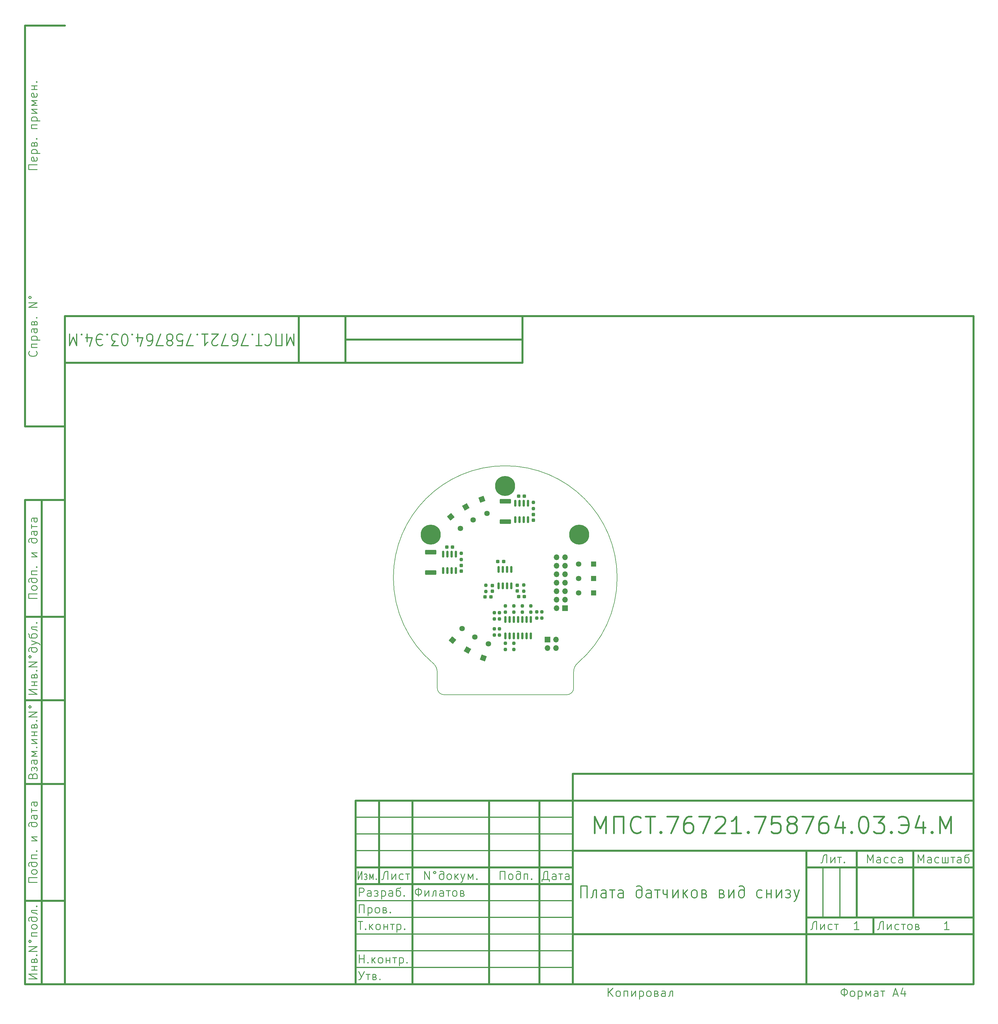
<source format=gbr>
%TF.GenerationSoftware,KiCad,Pcbnew,7.0.1*%
%TF.CreationDate,2023-12-14T23:14:27+03:00*%
%TF.ProjectId,_____ ________,1f3b3042-3020-4343-9042-47383a3e322e,rev?*%
%TF.SameCoordinates,Original*%
%TF.FileFunction,Soldermask,Top*%
%TF.FilePolarity,Negative*%
%FSLAX46Y46*%
G04 Gerber Fmt 4.6, Leading zero omitted, Abs format (unit mm)*
G04 Created by KiCad (PCBNEW 7.0.1) date 2023-12-14 23:14:27*
%MOMM*%
%LPD*%
G01*
G04 APERTURE LIST*
G04 Aperture macros list*
%AMRoundRect*
0 Rectangle with rounded corners*
0 $1 Rounding radius*
0 $2 $3 $4 $5 $6 $7 $8 $9 X,Y pos of 4 corners*
0 Add a 4 corners polygon primitive as box body*
4,1,4,$2,$3,$4,$5,$6,$7,$8,$9,$2,$3,0*
0 Add four circle primitives for the rounded corners*
1,1,$1+$1,$2,$3*
1,1,$1+$1,$4,$5*
1,1,$1+$1,$6,$7*
1,1,$1+$1,$8,$9*
0 Add four rect primitives between the rounded corners*
20,1,$1+$1,$2,$3,$4,$5,0*
20,1,$1+$1,$4,$5,$6,$7,0*
20,1,$1+$1,$6,$7,$8,$9,0*
20,1,$1+$1,$8,$9,$2,$3,0*%
%AMRotRect*
0 Rectangle, with rotation*
0 The origin of the aperture is its center*
0 $1 length*
0 $2 width*
0 $3 Rotation angle, in degrees counterclockwise*
0 Add horizontal line*
21,1,$1,$2,0,0,$3*%
G04 Aperture macros list end*
%ADD10C,0.100000*%
%ADD11C,0.600000*%
%ADD12C,0.300000*%
%ADD13C,0.250000*%
%ADD14C,0.350000*%
%ADD15C,0.500000*%
%ADD16C,6.000000*%
%ADD17O,1.700000X1.700000*%
%ADD18R,1.700000X1.700000*%
%ADD19C,1.635000*%
%ADD20R,1.635000X1.635000*%
%ADD21RotRect,1.635000X1.635000X290.000000*%
%ADD22RotRect,1.635000X1.635000X310.000000*%
%ADD23RoundRect,0.237500X0.237500X-0.250000X0.237500X0.250000X-0.237500X0.250000X-0.237500X-0.250000X0*%
%ADD24RoundRect,0.249999X-1.425001X0.450001X-1.425001X-0.450001X1.425001X-0.450001X1.425001X0.450001X0*%
%ADD25RoundRect,0.237500X-0.237500X0.250000X-0.237500X-0.250000X0.237500X-0.250000X0.237500X0.250000X0*%
%ADD26RoundRect,0.150000X-0.150000X0.825000X-0.150000X-0.825000X0.150000X-0.825000X0.150000X0.825000X0*%
%ADD27RoundRect,0.237500X0.237500X-0.300000X0.237500X0.300000X-0.237500X0.300000X-0.237500X-0.300000X0*%
%ADD28RoundRect,0.237500X0.300000X0.237500X-0.300000X0.237500X-0.300000X-0.237500X0.300000X-0.237500X0*%
%ADD29RoundRect,0.237500X-0.300000X-0.237500X0.300000X-0.237500X0.300000X0.237500X-0.300000X0.237500X0*%
%ADD30RoundRect,0.150000X0.150000X-0.825000X0.150000X0.825000X-0.150000X0.825000X-0.150000X-0.825000X0*%
%ADD31RoundRect,0.237500X-0.237500X0.300000X-0.237500X-0.300000X0.237500X-0.300000X0.237500X0.300000X0*%
%ADD32RotRect,1.635000X1.635000X70.000000*%
%ADD33RotRect,1.635000X1.635000X300.000000*%
%ADD34RotRect,1.635000X1.635000X60.000000*%
%ADD35RotRect,1.635000X1.635000X50.000000*%
%TA.AperFunction,Profile*%
%ADD36C,0.200000*%
%TD*%
G04 APERTURE END LIST*
D10*
D11*
X20000000Y-205007200D02*
X292002200Y-205007200D01*
X292002200Y-5000000D01*
X20000000Y-5000000D01*
X20000000Y-205007200D01*
D10*
D11*
X8000000Y-145007200D02*
X20000000Y-145007200D01*
D10*
D11*
X8000000Y-120007200D02*
X20000000Y-120007200D01*
D10*
D11*
X8000000Y-95007200D02*
X20000000Y-95007200D01*
D10*
D11*
X104000000Y-5000000D02*
X104000000Y-19000000D01*
D10*
D11*
X157000000Y-5000000D02*
X157000000Y-19000000D01*
D10*
D11*
X90000000Y-5000000D02*
X90000000Y-19000000D01*
D10*
D11*
X104000000Y-19000000D02*
X157000000Y-19000000D01*
D10*
D11*
X104000000Y-12000000D02*
X157000000Y-12000000D01*
D10*
D11*
X90000000Y-19000000D02*
X104000000Y-19000000D01*
D10*
D11*
X20000000Y-19000000D02*
X90000000Y-19000000D01*
D10*
D11*
X8000000Y-60007200D02*
X20000000Y-60007200D01*
D10*
D11*
X8000000Y-205007200D02*
X20000000Y-205007200D01*
D10*
D11*
X8000000Y-180007200D02*
X20000000Y-180007200D01*
D10*
D11*
X172002200Y-150007200D02*
X172002200Y-205007200D01*
D10*
D11*
X162002200Y-150007200D02*
X162002200Y-205007200D01*
D10*
D11*
X147002200Y-150007200D02*
X147002200Y-205007200D01*
D10*
D11*
X124002200Y-150007200D02*
X124002200Y-205007200D01*
D10*
D11*
X114002200Y-150007200D02*
X114002200Y-175007200D01*
D10*
D12*
X107002200Y-165007200D02*
X172002200Y-165007200D01*
D10*
D12*
X107002200Y-160007200D02*
X172002200Y-160007200D01*
D10*
D12*
X107002200Y-155007200D02*
X172002200Y-155007200D01*
D10*
D11*
X107002200Y-175007200D02*
X172002200Y-175007200D01*
D10*
D11*
X107002200Y-170007200D02*
X172002200Y-170007200D01*
D10*
D12*
X107002200Y-200007200D02*
X172002200Y-200007200D01*
D10*
D12*
X107002200Y-195007200D02*
X172002200Y-195007200D01*
D10*
D12*
X107002200Y-190007200D02*
X172002200Y-190007200D01*
D10*
D12*
X107002200Y-185007200D02*
X172002200Y-185007200D01*
D10*
D12*
X107002200Y-180007200D02*
X172002200Y-180007200D01*
D10*
D11*
X172002200Y-142007200D02*
X292002200Y-142007200D01*
D10*
D11*
X172002200Y-150007200D02*
X172002200Y-142007200D01*
D10*
D11*
X107002200Y-150007200D02*
X292002200Y-150007200D01*
D10*
D11*
X8000000Y-60007200D02*
X8000000Y-205007200D01*
D10*
D11*
X13000000Y-60007200D02*
X13000000Y-205007200D01*
D10*
D12*
X247002200Y-170007200D02*
X247002200Y-185007200D01*
D10*
D12*
X252002200Y-170007200D02*
X252002200Y-185007200D01*
D10*
D11*
X257002200Y-165007200D02*
X257002200Y-185007200D01*
D10*
D11*
X274002200Y-165007200D02*
X274002200Y-185007200D01*
D10*
D11*
X242002200Y-185007200D02*
X292002200Y-185007200D01*
D10*
D11*
X242002200Y-170007200D02*
X292002200Y-170007200D01*
D10*
D11*
X242002200Y-165007200D02*
X242002200Y-205007200D01*
D10*
D11*
X172002200Y-190007200D02*
X292002200Y-190007200D01*
D10*
D11*
X172002200Y-165007200D02*
X292002200Y-165007200D01*
D10*
D11*
X107002200Y-205007200D02*
X107002200Y-150007200D01*
D10*
D11*
X262002200Y-185007200D02*
X262002200Y-190007200D01*
D10*
D11*
X8000000Y81992800D02*
X20000000Y81992800D01*
D10*
D11*
X8000000Y-38007200D02*
X20000000Y-38007200D01*
D10*
D11*
X8000000Y81992800D02*
X8000000Y-38007200D01*
D10*
D13*
X127704580Y-173663747D02*
X127704580Y-171163747D01*
X127704580Y-171163747D02*
X129133151Y-173663747D01*
X129133151Y-173663747D02*
X129133151Y-171163747D01*
X130680770Y-171163747D02*
X130442675Y-171282795D01*
X130442675Y-171282795D02*
X130323628Y-171520890D01*
X130323628Y-171520890D02*
X130442675Y-171758985D01*
X130442675Y-171758985D02*
X130680770Y-171878033D01*
X130680770Y-171878033D02*
X130918866Y-171758985D01*
X130918866Y-171758985D02*
X131037913Y-171520890D01*
X131037913Y-171520890D02*
X130918866Y-171282795D01*
X130918866Y-171282795D02*
X130680770Y-171163747D01*
X133418866Y-172235176D02*
X133299818Y-172116128D01*
X133299818Y-172116128D02*
X133061723Y-171997080D01*
X133061723Y-171997080D02*
X132585532Y-171997080D01*
X132585532Y-171997080D02*
X132347437Y-172116128D01*
X132347437Y-172116128D02*
X132228390Y-172235176D01*
X132228390Y-172235176D02*
X132109342Y-172473271D01*
X132109342Y-172473271D02*
X132109342Y-173187557D01*
X132109342Y-173187557D02*
X132228390Y-173425652D01*
X132228390Y-173425652D02*
X132347437Y-173544700D01*
X132347437Y-173544700D02*
X132585532Y-173663747D01*
X132585532Y-173663747D02*
X132942675Y-173663747D01*
X132942675Y-173663747D02*
X133180771Y-173544700D01*
X133180771Y-173544700D02*
X133299818Y-173425652D01*
X133299818Y-173425652D02*
X133418866Y-173187557D01*
X133418866Y-173187557D02*
X133418866Y-171639938D01*
X133418866Y-171639938D02*
X133299818Y-171401842D01*
X133299818Y-171401842D02*
X133180771Y-171282795D01*
X133180771Y-171282795D02*
X132942675Y-171163747D01*
X132942675Y-171163747D02*
X132466485Y-171163747D01*
X132466485Y-171163747D02*
X132228390Y-171282795D01*
X134847437Y-173663747D02*
X134609342Y-173544700D01*
X134609342Y-173544700D02*
X134490295Y-173425652D01*
X134490295Y-173425652D02*
X134371247Y-173187557D01*
X134371247Y-173187557D02*
X134371247Y-172473271D01*
X134371247Y-172473271D02*
X134490295Y-172235176D01*
X134490295Y-172235176D02*
X134609342Y-172116128D01*
X134609342Y-172116128D02*
X134847437Y-171997080D01*
X134847437Y-171997080D02*
X135204580Y-171997080D01*
X135204580Y-171997080D02*
X135442676Y-172116128D01*
X135442676Y-172116128D02*
X135561723Y-172235176D01*
X135561723Y-172235176D02*
X135680771Y-172473271D01*
X135680771Y-172473271D02*
X135680771Y-173187557D01*
X135680771Y-173187557D02*
X135561723Y-173425652D01*
X135561723Y-173425652D02*
X135442676Y-173544700D01*
X135442676Y-173544700D02*
X135204580Y-173663747D01*
X135204580Y-173663747D02*
X134847437Y-173663747D01*
X136752200Y-171997080D02*
X136752200Y-173663747D01*
X136990295Y-172711366D02*
X137704581Y-173663747D01*
X137704581Y-171997080D02*
X136752200Y-172949461D01*
X138537914Y-171997080D02*
X139133152Y-173663747D01*
X139728391Y-171997080D02*
X139133152Y-173663747D01*
X139133152Y-173663747D02*
X138895057Y-174258985D01*
X138895057Y-174258985D02*
X138776010Y-174378033D01*
X138776010Y-174378033D02*
X138537914Y-174497080D01*
X140680772Y-173663747D02*
X140680772Y-171997080D01*
X140680772Y-171997080D02*
X141395057Y-173306604D01*
X141395057Y-173306604D02*
X142109343Y-171997080D01*
X142109343Y-171997080D02*
X142109343Y-173663747D01*
X143299820Y-173425652D02*
X143418867Y-173544700D01*
X143418867Y-173544700D02*
X143299820Y-173663747D01*
X143299820Y-173663747D02*
X143180772Y-173544700D01*
X143180772Y-173544700D02*
X143299820Y-173425652D01*
X143299820Y-173425652D02*
X143299820Y-173663747D01*
D10*
D13*
X10347023Y-142566723D02*
X10466071Y-142209580D01*
X10466071Y-142209580D02*
X10585119Y-142090533D01*
X10585119Y-142090533D02*
X10823214Y-141971485D01*
X10823214Y-141971485D02*
X11180357Y-141971485D01*
X11180357Y-141971485D02*
X11418452Y-142090533D01*
X11418452Y-142090533D02*
X11537500Y-142209580D01*
X11537500Y-142209580D02*
X11656547Y-142447675D01*
X11656547Y-142447675D02*
X11656547Y-143400056D01*
X11656547Y-143400056D02*
X9156547Y-143400056D01*
X9156547Y-143400056D02*
X9156547Y-142566723D01*
X9156547Y-142566723D02*
X9275595Y-142328628D01*
X9275595Y-142328628D02*
X9394642Y-142209580D01*
X9394642Y-142209580D02*
X9632738Y-142090533D01*
X9632738Y-142090533D02*
X9870833Y-142090533D01*
X9870833Y-142090533D02*
X10108928Y-142209580D01*
X10108928Y-142209580D02*
X10227976Y-142328628D01*
X10227976Y-142328628D02*
X10347023Y-142566723D01*
X10347023Y-142566723D02*
X10347023Y-143400056D01*
X10823214Y-140661961D02*
X10823214Y-140423866D01*
X10108928Y-141138152D02*
X9989880Y-140900056D01*
X9989880Y-140900056D02*
X9989880Y-140423866D01*
X9989880Y-140423866D02*
X10108928Y-140185771D01*
X10108928Y-140185771D02*
X10347023Y-140066723D01*
X10347023Y-140066723D02*
X10466071Y-140066723D01*
X10466071Y-140066723D02*
X10704166Y-140185771D01*
X10704166Y-140185771D02*
X10823214Y-140423866D01*
X10823214Y-140423866D02*
X10942261Y-140185771D01*
X10942261Y-140185771D02*
X11180357Y-140066723D01*
X11180357Y-140066723D02*
X11299404Y-140066723D01*
X11299404Y-140066723D02*
X11537500Y-140185771D01*
X11537500Y-140185771D02*
X11656547Y-140423866D01*
X11656547Y-140423866D02*
X11656547Y-140900056D01*
X11656547Y-140900056D02*
X11537500Y-141138152D01*
X11656547Y-137923866D02*
X10347023Y-137923866D01*
X10347023Y-137923866D02*
X10108928Y-138042913D01*
X10108928Y-138042913D02*
X9989880Y-138281009D01*
X9989880Y-138281009D02*
X9989880Y-138757199D01*
X9989880Y-138757199D02*
X10108928Y-138995294D01*
X11537500Y-137923866D02*
X11656547Y-138161961D01*
X11656547Y-138161961D02*
X11656547Y-138757199D01*
X11656547Y-138757199D02*
X11537500Y-138995294D01*
X11537500Y-138995294D02*
X11299404Y-139114342D01*
X11299404Y-139114342D02*
X11061309Y-139114342D01*
X11061309Y-139114342D02*
X10823214Y-138995294D01*
X10823214Y-138995294D02*
X10704166Y-138757199D01*
X10704166Y-138757199D02*
X10704166Y-138161961D01*
X10704166Y-138161961D02*
X10585119Y-137923866D01*
X11656547Y-136733389D02*
X9989880Y-136733389D01*
X9989880Y-136733389D02*
X11299404Y-136019104D01*
X11299404Y-136019104D02*
X9989880Y-135304818D01*
X9989880Y-135304818D02*
X11656547Y-135304818D01*
X11418452Y-134114341D02*
X11537500Y-133995294D01*
X11537500Y-133995294D02*
X11656547Y-134114341D01*
X11656547Y-134114341D02*
X11537500Y-134233389D01*
X11537500Y-134233389D02*
X11418452Y-134114341D01*
X11418452Y-134114341D02*
X11656547Y-134114341D01*
X9989880Y-132923865D02*
X11656547Y-132923865D01*
X11656547Y-132923865D02*
X9989880Y-131733389D01*
X9989880Y-131733389D02*
X11656547Y-131733389D01*
X10823214Y-130542913D02*
X10823214Y-129471485D01*
X9989880Y-130542913D02*
X11656547Y-130542913D01*
X9989880Y-129471485D02*
X11656547Y-129471485D01*
X10823214Y-127685770D02*
X10942261Y-127328627D01*
X10942261Y-127328627D02*
X11180357Y-127209580D01*
X11180357Y-127209580D02*
X11299404Y-127209580D01*
X11299404Y-127209580D02*
X11537500Y-127328627D01*
X11537500Y-127328627D02*
X11656547Y-127566723D01*
X11656547Y-127566723D02*
X11656547Y-128281008D01*
X11656547Y-128281008D02*
X9989880Y-128281008D01*
X9989880Y-128281008D02*
X9989880Y-127685770D01*
X9989880Y-127685770D02*
X10108928Y-127447675D01*
X10108928Y-127447675D02*
X10347023Y-127328627D01*
X10347023Y-127328627D02*
X10466071Y-127328627D01*
X10466071Y-127328627D02*
X10704166Y-127447675D01*
X10704166Y-127447675D02*
X10823214Y-127685770D01*
X10823214Y-127685770D02*
X10823214Y-128281008D01*
X11418452Y-126138151D02*
X11537500Y-126019104D01*
X11537500Y-126019104D02*
X11656547Y-126138151D01*
X11656547Y-126138151D02*
X11537500Y-126257199D01*
X11537500Y-126257199D02*
X11418452Y-126138151D01*
X11418452Y-126138151D02*
X11656547Y-126138151D01*
X11656547Y-124947675D02*
X9156547Y-124947675D01*
X9156547Y-124947675D02*
X11656547Y-123519104D01*
X11656547Y-123519104D02*
X9156547Y-123519104D01*
X9156547Y-121971485D02*
X9275595Y-122209580D01*
X9275595Y-122209580D02*
X9513690Y-122328627D01*
X9513690Y-122328627D02*
X9751785Y-122209580D01*
X9751785Y-122209580D02*
X9870833Y-121971485D01*
X9870833Y-121971485D02*
X9751785Y-121733389D01*
X9751785Y-121733389D02*
X9513690Y-121614342D01*
X9513690Y-121614342D02*
X9275595Y-121733389D01*
X9275595Y-121733389D02*
X9156547Y-121971485D01*
D10*
D13*
X164978390Y-174258985D02*
X164978390Y-173663747D01*
X164978390Y-173663747D02*
X162835532Y-173663747D01*
X162835532Y-173663747D02*
X162835532Y-174258985D01*
X164502199Y-173663747D02*
X164502199Y-171163747D01*
X164502199Y-171163747D02*
X163906961Y-171163747D01*
X163906961Y-171163747D02*
X163668866Y-171282795D01*
X163668866Y-171282795D02*
X163549818Y-171401842D01*
X163549818Y-171401842D02*
X163430770Y-171639938D01*
X163430770Y-171639938D02*
X163192675Y-173663747D01*
X167002199Y-173663747D02*
X167002199Y-172354223D01*
X167002199Y-172354223D02*
X166883152Y-172116128D01*
X166883152Y-172116128D02*
X166645056Y-171997080D01*
X166645056Y-171997080D02*
X166168866Y-171997080D01*
X166168866Y-171997080D02*
X165930771Y-172116128D01*
X167002199Y-173544700D02*
X166764104Y-173663747D01*
X166764104Y-173663747D02*
X166168866Y-173663747D01*
X166168866Y-173663747D02*
X165930771Y-173544700D01*
X165930771Y-173544700D02*
X165811723Y-173306604D01*
X165811723Y-173306604D02*
X165811723Y-173068509D01*
X165811723Y-173068509D02*
X165930771Y-172830414D01*
X165930771Y-172830414D02*
X166168866Y-172711366D01*
X166168866Y-172711366D02*
X166764104Y-172711366D01*
X166764104Y-172711366D02*
X167002199Y-172592319D01*
X167835533Y-171997080D02*
X169026009Y-171997080D01*
X168430771Y-171997080D02*
X168430771Y-173663747D01*
X170930771Y-173663747D02*
X170930771Y-172354223D01*
X170930771Y-172354223D02*
X170811724Y-172116128D01*
X170811724Y-172116128D02*
X170573628Y-171997080D01*
X170573628Y-171997080D02*
X170097438Y-171997080D01*
X170097438Y-171997080D02*
X169859343Y-172116128D01*
X170930771Y-173544700D02*
X170692676Y-173663747D01*
X170692676Y-173663747D02*
X170097438Y-173663747D01*
X170097438Y-173663747D02*
X169859343Y-173544700D01*
X169859343Y-173544700D02*
X169740295Y-173306604D01*
X169740295Y-173306604D02*
X169740295Y-173068509D01*
X169740295Y-173068509D02*
X169859343Y-172830414D01*
X169859343Y-172830414D02*
X170097438Y-172711366D01*
X170097438Y-172711366D02*
X170692676Y-172711366D01*
X170692676Y-172711366D02*
X170930771Y-172592319D01*
D10*
D13*
X107807564Y-171163747D02*
X107807564Y-173663747D01*
X107807564Y-173663747D02*
X108885419Y-171163747D01*
X108885419Y-171163747D02*
X108885419Y-173663747D01*
X109963273Y-172830414D02*
X110142915Y-172830414D01*
X109603988Y-172116128D02*
X109783630Y-171997080D01*
X109783630Y-171997080D02*
X110142915Y-171997080D01*
X110142915Y-171997080D02*
X110322558Y-172116128D01*
X110322558Y-172116128D02*
X110412379Y-172354223D01*
X110412379Y-172354223D02*
X110412379Y-172473271D01*
X110412379Y-172473271D02*
X110322558Y-172711366D01*
X110322558Y-172711366D02*
X110142915Y-172830414D01*
X110142915Y-172830414D02*
X110322558Y-172949461D01*
X110322558Y-172949461D02*
X110412379Y-173187557D01*
X110412379Y-173187557D02*
X110412379Y-173306604D01*
X110412379Y-173306604D02*
X110322558Y-173544700D01*
X110322558Y-173544700D02*
X110142915Y-173663747D01*
X110142915Y-173663747D02*
X109783630Y-173663747D01*
X109783630Y-173663747D02*
X109603988Y-173544700D01*
X111220769Y-173663747D02*
X111220769Y-171997080D01*
X111220769Y-171997080D02*
X111759697Y-173306604D01*
X111759697Y-173306604D02*
X112298624Y-171997080D01*
X112298624Y-171997080D02*
X112298624Y-173663747D01*
X113196835Y-173425652D02*
X113286657Y-173544700D01*
X113286657Y-173544700D02*
X113196835Y-173663747D01*
X113196835Y-173663747D02*
X113107014Y-173544700D01*
X113107014Y-173544700D02*
X113196835Y-173425652D01*
X113196835Y-173425652D02*
X113196835Y-173663747D01*
D10*
D13*
X9156547Y-118161961D02*
X11656547Y-118161961D01*
X11656547Y-118161961D02*
X9156547Y-116733390D01*
X9156547Y-116733390D02*
X11656547Y-116733390D01*
X10823214Y-115542913D02*
X10823214Y-114471485D01*
X9989880Y-115542913D02*
X11656547Y-115542913D01*
X9989880Y-114471485D02*
X11656547Y-114471485D01*
X10823214Y-112685770D02*
X10942261Y-112328627D01*
X10942261Y-112328627D02*
X11180357Y-112209580D01*
X11180357Y-112209580D02*
X11299404Y-112209580D01*
X11299404Y-112209580D02*
X11537500Y-112328627D01*
X11537500Y-112328627D02*
X11656547Y-112566723D01*
X11656547Y-112566723D02*
X11656547Y-113281008D01*
X11656547Y-113281008D02*
X9989880Y-113281008D01*
X9989880Y-113281008D02*
X9989880Y-112685770D01*
X9989880Y-112685770D02*
X10108928Y-112447675D01*
X10108928Y-112447675D02*
X10347023Y-112328627D01*
X10347023Y-112328627D02*
X10466071Y-112328627D01*
X10466071Y-112328627D02*
X10704166Y-112447675D01*
X10704166Y-112447675D02*
X10823214Y-112685770D01*
X10823214Y-112685770D02*
X10823214Y-113281008D01*
X11418452Y-111138151D02*
X11537500Y-111019104D01*
X11537500Y-111019104D02*
X11656547Y-111138151D01*
X11656547Y-111138151D02*
X11537500Y-111257199D01*
X11537500Y-111257199D02*
X11418452Y-111138151D01*
X11418452Y-111138151D02*
X11656547Y-111138151D01*
X11656547Y-109947675D02*
X9156547Y-109947675D01*
X9156547Y-109947675D02*
X11656547Y-108519104D01*
X11656547Y-108519104D02*
X9156547Y-108519104D01*
X9156547Y-106971485D02*
X9275595Y-107209580D01*
X9275595Y-107209580D02*
X9513690Y-107328627D01*
X9513690Y-107328627D02*
X9751785Y-107209580D01*
X9751785Y-107209580D02*
X9870833Y-106971485D01*
X9870833Y-106971485D02*
X9751785Y-106733389D01*
X9751785Y-106733389D02*
X9513690Y-106614342D01*
X9513690Y-106614342D02*
X9275595Y-106733389D01*
X9275595Y-106733389D02*
X9156547Y-106971485D01*
X10227976Y-104233389D02*
X10108928Y-104352437D01*
X10108928Y-104352437D02*
X9989880Y-104590532D01*
X9989880Y-104590532D02*
X9989880Y-105066723D01*
X9989880Y-105066723D02*
X10108928Y-105304818D01*
X10108928Y-105304818D02*
X10227976Y-105423865D01*
X10227976Y-105423865D02*
X10466071Y-105542913D01*
X10466071Y-105542913D02*
X11180357Y-105542913D01*
X11180357Y-105542913D02*
X11418452Y-105423865D01*
X11418452Y-105423865D02*
X11537500Y-105304818D01*
X11537500Y-105304818D02*
X11656547Y-105066723D01*
X11656547Y-105066723D02*
X11656547Y-104709580D01*
X11656547Y-104709580D02*
X11537500Y-104471484D01*
X11537500Y-104471484D02*
X11418452Y-104352437D01*
X11418452Y-104352437D02*
X11180357Y-104233389D01*
X11180357Y-104233389D02*
X9632738Y-104233389D01*
X9632738Y-104233389D02*
X9394642Y-104352437D01*
X9394642Y-104352437D02*
X9275595Y-104471484D01*
X9275595Y-104471484D02*
X9156547Y-104709580D01*
X9156547Y-104709580D02*
X9156547Y-105185770D01*
X9156547Y-105185770D02*
X9275595Y-105423865D01*
X9989880Y-103400056D02*
X11656547Y-102804818D01*
X9989880Y-102209579D02*
X11656547Y-102804818D01*
X11656547Y-102804818D02*
X12251785Y-103042913D01*
X12251785Y-103042913D02*
X12370833Y-103161960D01*
X12370833Y-103161960D02*
X12489880Y-103400056D01*
X9037500Y-100066722D02*
X9156547Y-100185770D01*
X9156547Y-100185770D02*
X9275595Y-100423865D01*
X9275595Y-100423865D02*
X9275595Y-100900056D01*
X9275595Y-100900056D02*
X9394642Y-101138151D01*
X9394642Y-101138151D02*
X9513690Y-101257198D01*
X9513690Y-101257198D02*
X9751785Y-101376246D01*
X9751785Y-101376246D02*
X11180357Y-101376246D01*
X11180357Y-101376246D02*
X11418452Y-101257198D01*
X11418452Y-101257198D02*
X11537500Y-101138151D01*
X11537500Y-101138151D02*
X11656547Y-100900056D01*
X11656547Y-100900056D02*
X11656547Y-100542913D01*
X11656547Y-100542913D02*
X11537500Y-100304817D01*
X11537500Y-100304817D02*
X11418452Y-100185770D01*
X11418452Y-100185770D02*
X11180357Y-100066722D01*
X11180357Y-100066722D02*
X10466071Y-100066722D01*
X10466071Y-100066722D02*
X10227976Y-100185770D01*
X10227976Y-100185770D02*
X10108928Y-100304817D01*
X10108928Y-100304817D02*
X9989880Y-100542913D01*
X9989880Y-100542913D02*
X9989880Y-101019103D01*
X9989880Y-101019103D02*
X10108928Y-101257198D01*
X10108928Y-101257198D02*
X10227976Y-101376246D01*
X11656547Y-98042912D02*
X9989880Y-98042912D01*
X9989880Y-98042912D02*
X9989880Y-98400055D01*
X9989880Y-98400055D02*
X10108928Y-98638151D01*
X10108928Y-98638151D02*
X10347023Y-98757198D01*
X10347023Y-98757198D02*
X11299404Y-98876246D01*
X11299404Y-98876246D02*
X11537500Y-98995293D01*
X11537500Y-98995293D02*
X11656547Y-99233389D01*
X11418452Y-96852436D02*
X11537500Y-96733389D01*
X11537500Y-96733389D02*
X11656547Y-96852436D01*
X11656547Y-96852436D02*
X11537500Y-96971484D01*
X11537500Y-96971484D02*
X11418452Y-96852436D01*
X11418452Y-96852436D02*
X11656547Y-96852436D01*
D10*
D13*
X9156547Y-203340533D02*
X11656547Y-203340533D01*
X11656547Y-203340533D02*
X9156547Y-201911962D01*
X9156547Y-201911962D02*
X11656547Y-201911962D01*
X10823214Y-200721485D02*
X10823214Y-199650057D01*
X9989880Y-200721485D02*
X11656547Y-200721485D01*
X9989880Y-199650057D02*
X11656547Y-199650057D01*
X10823214Y-197864342D02*
X10942261Y-197507199D01*
X10942261Y-197507199D02*
X11180357Y-197388152D01*
X11180357Y-197388152D02*
X11299404Y-197388152D01*
X11299404Y-197388152D02*
X11537500Y-197507199D01*
X11537500Y-197507199D02*
X11656547Y-197745295D01*
X11656547Y-197745295D02*
X11656547Y-198459580D01*
X11656547Y-198459580D02*
X9989880Y-198459580D01*
X9989880Y-198459580D02*
X9989880Y-197864342D01*
X9989880Y-197864342D02*
X10108928Y-197626247D01*
X10108928Y-197626247D02*
X10347023Y-197507199D01*
X10347023Y-197507199D02*
X10466071Y-197507199D01*
X10466071Y-197507199D02*
X10704166Y-197626247D01*
X10704166Y-197626247D02*
X10823214Y-197864342D01*
X10823214Y-197864342D02*
X10823214Y-198459580D01*
X11418452Y-196316723D02*
X11537500Y-196197676D01*
X11537500Y-196197676D02*
X11656547Y-196316723D01*
X11656547Y-196316723D02*
X11537500Y-196435771D01*
X11537500Y-196435771D02*
X11418452Y-196316723D01*
X11418452Y-196316723D02*
X11656547Y-196316723D01*
X11656547Y-195126247D02*
X9156547Y-195126247D01*
X9156547Y-195126247D02*
X11656547Y-193697676D01*
X11656547Y-193697676D02*
X9156547Y-193697676D01*
X9156547Y-192150057D02*
X9275595Y-192388152D01*
X9275595Y-192388152D02*
X9513690Y-192507199D01*
X9513690Y-192507199D02*
X9751785Y-192388152D01*
X9751785Y-192388152D02*
X9870833Y-192150057D01*
X9870833Y-192150057D02*
X9751785Y-191911961D01*
X9751785Y-191911961D02*
X9513690Y-191792914D01*
X9513690Y-191792914D02*
X9275595Y-191911961D01*
X9275595Y-191911961D02*
X9156547Y-192150057D01*
X11656547Y-190602437D02*
X9989880Y-190602437D01*
X9989880Y-190602437D02*
X9989880Y-189531009D01*
X9989880Y-189531009D02*
X11656547Y-189531009D01*
X11656547Y-187983390D02*
X11537500Y-188221485D01*
X11537500Y-188221485D02*
X11418452Y-188340532D01*
X11418452Y-188340532D02*
X11180357Y-188459580D01*
X11180357Y-188459580D02*
X10466071Y-188459580D01*
X10466071Y-188459580D02*
X10227976Y-188340532D01*
X10227976Y-188340532D02*
X10108928Y-188221485D01*
X10108928Y-188221485D02*
X9989880Y-187983390D01*
X9989880Y-187983390D02*
X9989880Y-187626247D01*
X9989880Y-187626247D02*
X10108928Y-187388151D01*
X10108928Y-187388151D02*
X10227976Y-187269104D01*
X10227976Y-187269104D02*
X10466071Y-187150056D01*
X10466071Y-187150056D02*
X11180357Y-187150056D01*
X11180357Y-187150056D02*
X11418452Y-187269104D01*
X11418452Y-187269104D02*
X11537500Y-187388151D01*
X11537500Y-187388151D02*
X11656547Y-187626247D01*
X11656547Y-187626247D02*
X11656547Y-187983390D01*
X10227976Y-184888151D02*
X10108928Y-185007199D01*
X10108928Y-185007199D02*
X9989880Y-185245294D01*
X9989880Y-185245294D02*
X9989880Y-185721485D01*
X9989880Y-185721485D02*
X10108928Y-185959580D01*
X10108928Y-185959580D02*
X10227976Y-186078627D01*
X10227976Y-186078627D02*
X10466071Y-186197675D01*
X10466071Y-186197675D02*
X11180357Y-186197675D01*
X11180357Y-186197675D02*
X11418452Y-186078627D01*
X11418452Y-186078627D02*
X11537500Y-185959580D01*
X11537500Y-185959580D02*
X11656547Y-185721485D01*
X11656547Y-185721485D02*
X11656547Y-185364342D01*
X11656547Y-185364342D02*
X11537500Y-185126246D01*
X11537500Y-185126246D02*
X11418452Y-185007199D01*
X11418452Y-185007199D02*
X11180357Y-184888151D01*
X11180357Y-184888151D02*
X9632738Y-184888151D01*
X9632738Y-184888151D02*
X9394642Y-185007199D01*
X9394642Y-185007199D02*
X9275595Y-185126246D01*
X9275595Y-185126246D02*
X9156547Y-185364342D01*
X9156547Y-185364342D02*
X9156547Y-185840532D01*
X9156547Y-185840532D02*
X9275595Y-186078627D01*
X11656547Y-182864341D02*
X9989880Y-182864341D01*
X9989880Y-182864341D02*
X9989880Y-183221484D01*
X9989880Y-183221484D02*
X10108928Y-183459580D01*
X10108928Y-183459580D02*
X10347023Y-183578627D01*
X10347023Y-183578627D02*
X11299404Y-183697675D01*
X11299404Y-183697675D02*
X11537500Y-183816722D01*
X11537500Y-183816722D02*
X11656547Y-184054818D01*
X11418452Y-181673865D02*
X11537500Y-181554818D01*
X11537500Y-181554818D02*
X11656547Y-181673865D01*
X11656547Y-181673865D02*
X11537500Y-181792913D01*
X11537500Y-181792913D02*
X11418452Y-181673865D01*
X11418452Y-181673865D02*
X11656547Y-181673865D01*
D10*
D13*
X182597438Y-208663747D02*
X182597438Y-206163747D01*
X184026009Y-208663747D02*
X182954580Y-207235176D01*
X184026009Y-206163747D02*
X182597438Y-207592319D01*
X185454580Y-208663747D02*
X185216485Y-208544700D01*
X185216485Y-208544700D02*
X185097438Y-208425652D01*
X185097438Y-208425652D02*
X184978390Y-208187557D01*
X184978390Y-208187557D02*
X184978390Y-207473271D01*
X184978390Y-207473271D02*
X185097438Y-207235176D01*
X185097438Y-207235176D02*
X185216485Y-207116128D01*
X185216485Y-207116128D02*
X185454580Y-206997080D01*
X185454580Y-206997080D02*
X185811723Y-206997080D01*
X185811723Y-206997080D02*
X186049819Y-207116128D01*
X186049819Y-207116128D02*
X186168866Y-207235176D01*
X186168866Y-207235176D02*
X186287914Y-207473271D01*
X186287914Y-207473271D02*
X186287914Y-208187557D01*
X186287914Y-208187557D02*
X186168866Y-208425652D01*
X186168866Y-208425652D02*
X186049819Y-208544700D01*
X186049819Y-208544700D02*
X185811723Y-208663747D01*
X185811723Y-208663747D02*
X185454580Y-208663747D01*
X187359343Y-208663747D02*
X187359343Y-206997080D01*
X187359343Y-206997080D02*
X188430771Y-206997080D01*
X188430771Y-206997080D02*
X188430771Y-208663747D01*
X189621248Y-206997080D02*
X189621248Y-208663747D01*
X189621248Y-208663747D02*
X190811724Y-206997080D01*
X190811724Y-206997080D02*
X190811724Y-208663747D01*
X192002200Y-206997080D02*
X192002200Y-209497080D01*
X192002200Y-207116128D02*
X192240295Y-206997080D01*
X192240295Y-206997080D02*
X192716485Y-206997080D01*
X192716485Y-206997080D02*
X192954581Y-207116128D01*
X192954581Y-207116128D02*
X193073628Y-207235176D01*
X193073628Y-207235176D02*
X193192676Y-207473271D01*
X193192676Y-207473271D02*
X193192676Y-208187557D01*
X193192676Y-208187557D02*
X193073628Y-208425652D01*
X193073628Y-208425652D02*
X192954581Y-208544700D01*
X192954581Y-208544700D02*
X192716485Y-208663747D01*
X192716485Y-208663747D02*
X192240295Y-208663747D01*
X192240295Y-208663747D02*
X192002200Y-208544700D01*
X194621247Y-208663747D02*
X194383152Y-208544700D01*
X194383152Y-208544700D02*
X194264105Y-208425652D01*
X194264105Y-208425652D02*
X194145057Y-208187557D01*
X194145057Y-208187557D02*
X194145057Y-207473271D01*
X194145057Y-207473271D02*
X194264105Y-207235176D01*
X194264105Y-207235176D02*
X194383152Y-207116128D01*
X194383152Y-207116128D02*
X194621247Y-206997080D01*
X194621247Y-206997080D02*
X194978390Y-206997080D01*
X194978390Y-206997080D02*
X195216486Y-207116128D01*
X195216486Y-207116128D02*
X195335533Y-207235176D01*
X195335533Y-207235176D02*
X195454581Y-207473271D01*
X195454581Y-207473271D02*
X195454581Y-208187557D01*
X195454581Y-208187557D02*
X195335533Y-208425652D01*
X195335533Y-208425652D02*
X195216486Y-208544700D01*
X195216486Y-208544700D02*
X194978390Y-208663747D01*
X194978390Y-208663747D02*
X194621247Y-208663747D01*
X197121248Y-207830414D02*
X197478391Y-207949461D01*
X197478391Y-207949461D02*
X197597438Y-208187557D01*
X197597438Y-208187557D02*
X197597438Y-208306604D01*
X197597438Y-208306604D02*
X197478391Y-208544700D01*
X197478391Y-208544700D02*
X197240295Y-208663747D01*
X197240295Y-208663747D02*
X196526010Y-208663747D01*
X196526010Y-208663747D02*
X196526010Y-206997080D01*
X196526010Y-206997080D02*
X197121248Y-206997080D01*
X197121248Y-206997080D02*
X197359343Y-207116128D01*
X197359343Y-207116128D02*
X197478391Y-207354223D01*
X197478391Y-207354223D02*
X197478391Y-207473271D01*
X197478391Y-207473271D02*
X197359343Y-207711366D01*
X197359343Y-207711366D02*
X197121248Y-207830414D01*
X197121248Y-207830414D02*
X196526010Y-207830414D01*
X199740295Y-208663747D02*
X199740295Y-207354223D01*
X199740295Y-207354223D02*
X199621248Y-207116128D01*
X199621248Y-207116128D02*
X199383152Y-206997080D01*
X199383152Y-206997080D02*
X198906962Y-206997080D01*
X198906962Y-206997080D02*
X198668867Y-207116128D01*
X199740295Y-208544700D02*
X199502200Y-208663747D01*
X199502200Y-208663747D02*
X198906962Y-208663747D01*
X198906962Y-208663747D02*
X198668867Y-208544700D01*
X198668867Y-208544700D02*
X198549819Y-208306604D01*
X198549819Y-208306604D02*
X198549819Y-208068509D01*
X198549819Y-208068509D02*
X198668867Y-207830414D01*
X198668867Y-207830414D02*
X198906962Y-207711366D01*
X198906962Y-207711366D02*
X199502200Y-207711366D01*
X199502200Y-207711366D02*
X199740295Y-207592319D01*
X201883153Y-208663747D02*
X201883153Y-206997080D01*
X201883153Y-206997080D02*
X201526010Y-206997080D01*
X201526010Y-206997080D02*
X201287914Y-207116128D01*
X201287914Y-207116128D02*
X201168867Y-207354223D01*
X201168867Y-207354223D02*
X201049819Y-208306604D01*
X201049819Y-208306604D02*
X200930772Y-208544700D01*
X200930772Y-208544700D02*
X200692676Y-208663747D01*
D10*
D13*
X245026009Y-188663747D02*
X245026009Y-186163747D01*
X245026009Y-186163747D02*
X244668866Y-186163747D01*
X244668866Y-186163747D02*
X244311723Y-186282795D01*
X244311723Y-186282795D02*
X244073628Y-186520890D01*
X244073628Y-186520890D02*
X243954580Y-186878033D01*
X243954580Y-186878033D02*
X243716485Y-188306604D01*
X243716485Y-188306604D02*
X243597438Y-188544700D01*
X243597438Y-188544700D02*
X243359342Y-188663747D01*
X243359342Y-188663747D02*
X243240295Y-188663747D01*
X246216486Y-186997080D02*
X246216486Y-188663747D01*
X246216486Y-188663747D02*
X247406962Y-186997080D01*
X247406962Y-186997080D02*
X247406962Y-188663747D01*
X249668866Y-188544700D02*
X249430771Y-188663747D01*
X249430771Y-188663747D02*
X248954580Y-188663747D01*
X248954580Y-188663747D02*
X248716485Y-188544700D01*
X248716485Y-188544700D02*
X248597438Y-188425652D01*
X248597438Y-188425652D02*
X248478390Y-188187557D01*
X248478390Y-188187557D02*
X248478390Y-187473271D01*
X248478390Y-187473271D02*
X248597438Y-187235176D01*
X248597438Y-187235176D02*
X248716485Y-187116128D01*
X248716485Y-187116128D02*
X248954580Y-186997080D01*
X248954580Y-186997080D02*
X249430771Y-186997080D01*
X249430771Y-186997080D02*
X249668866Y-187116128D01*
X250383152Y-186997080D02*
X251573628Y-186997080D01*
X250978390Y-186997080D02*
X250978390Y-188663747D01*
D10*
D13*
X116621247Y-173663747D02*
X116621247Y-171163747D01*
X116621247Y-171163747D02*
X116264104Y-171163747D01*
X116264104Y-171163747D02*
X115906961Y-171282795D01*
X115906961Y-171282795D02*
X115668866Y-171520890D01*
X115668866Y-171520890D02*
X115549818Y-171878033D01*
X115549818Y-171878033D02*
X115311723Y-173306604D01*
X115311723Y-173306604D02*
X115192676Y-173544700D01*
X115192676Y-173544700D02*
X114954580Y-173663747D01*
X114954580Y-173663747D02*
X114835533Y-173663747D01*
X117811724Y-171997080D02*
X117811724Y-173663747D01*
X117811724Y-173663747D02*
X119002200Y-171997080D01*
X119002200Y-171997080D02*
X119002200Y-173663747D01*
X121264104Y-173544700D02*
X121026009Y-173663747D01*
X121026009Y-173663747D02*
X120549818Y-173663747D01*
X120549818Y-173663747D02*
X120311723Y-173544700D01*
X120311723Y-173544700D02*
X120192676Y-173425652D01*
X120192676Y-173425652D02*
X120073628Y-173187557D01*
X120073628Y-173187557D02*
X120073628Y-172473271D01*
X120073628Y-172473271D02*
X120192676Y-172235176D01*
X120192676Y-172235176D02*
X120311723Y-172116128D01*
X120311723Y-172116128D02*
X120549818Y-171997080D01*
X120549818Y-171997080D02*
X121026009Y-171997080D01*
X121026009Y-171997080D02*
X121264104Y-172116128D01*
X121978390Y-171997080D02*
X123168866Y-171997080D01*
X122573628Y-171997080D02*
X122573628Y-173663747D01*
D10*
D13*
X265026009Y-188663747D02*
X265026009Y-186163747D01*
X265026009Y-186163747D02*
X264668866Y-186163747D01*
X264668866Y-186163747D02*
X264311723Y-186282795D01*
X264311723Y-186282795D02*
X264073628Y-186520890D01*
X264073628Y-186520890D02*
X263954580Y-186878033D01*
X263954580Y-186878033D02*
X263716485Y-188306604D01*
X263716485Y-188306604D02*
X263597438Y-188544700D01*
X263597438Y-188544700D02*
X263359342Y-188663747D01*
X263359342Y-188663747D02*
X263240295Y-188663747D01*
X266216486Y-186997080D02*
X266216486Y-188663747D01*
X266216486Y-188663747D02*
X267406962Y-186997080D01*
X267406962Y-186997080D02*
X267406962Y-188663747D01*
X269668866Y-188544700D02*
X269430771Y-188663747D01*
X269430771Y-188663747D02*
X268954580Y-188663747D01*
X268954580Y-188663747D02*
X268716485Y-188544700D01*
X268716485Y-188544700D02*
X268597438Y-188425652D01*
X268597438Y-188425652D02*
X268478390Y-188187557D01*
X268478390Y-188187557D02*
X268478390Y-187473271D01*
X268478390Y-187473271D02*
X268597438Y-187235176D01*
X268597438Y-187235176D02*
X268716485Y-187116128D01*
X268716485Y-187116128D02*
X268954580Y-186997080D01*
X268954580Y-186997080D02*
X269430771Y-186997080D01*
X269430771Y-186997080D02*
X269668866Y-187116128D01*
X270383152Y-186997080D02*
X271573628Y-186997080D01*
X270978390Y-186997080D02*
X270978390Y-188663747D01*
X272764104Y-188663747D02*
X272526009Y-188544700D01*
X272526009Y-188544700D02*
X272406962Y-188425652D01*
X272406962Y-188425652D02*
X272287914Y-188187557D01*
X272287914Y-188187557D02*
X272287914Y-187473271D01*
X272287914Y-187473271D02*
X272406962Y-187235176D01*
X272406962Y-187235176D02*
X272526009Y-187116128D01*
X272526009Y-187116128D02*
X272764104Y-186997080D01*
X272764104Y-186997080D02*
X273121247Y-186997080D01*
X273121247Y-186997080D02*
X273359343Y-187116128D01*
X273359343Y-187116128D02*
X273478390Y-187235176D01*
X273478390Y-187235176D02*
X273597438Y-187473271D01*
X273597438Y-187473271D02*
X273597438Y-188187557D01*
X273597438Y-188187557D02*
X273478390Y-188425652D01*
X273478390Y-188425652D02*
X273359343Y-188544700D01*
X273359343Y-188544700D02*
X273121247Y-188663747D01*
X273121247Y-188663747D02*
X272764104Y-188663747D01*
X275264105Y-187830414D02*
X275621248Y-187949461D01*
X275621248Y-187949461D02*
X275740295Y-188187557D01*
X275740295Y-188187557D02*
X275740295Y-188306604D01*
X275740295Y-188306604D02*
X275621248Y-188544700D01*
X275621248Y-188544700D02*
X275383152Y-188663747D01*
X275383152Y-188663747D02*
X274668867Y-188663747D01*
X274668867Y-188663747D02*
X274668867Y-186997080D01*
X274668867Y-186997080D02*
X275264105Y-186997080D01*
X275264105Y-186997080D02*
X275502200Y-187116128D01*
X275502200Y-187116128D02*
X275621248Y-187354223D01*
X275621248Y-187354223D02*
X275621248Y-187473271D01*
X275621248Y-187473271D02*
X275502200Y-187711366D01*
X275502200Y-187711366D02*
X275264105Y-187830414D01*
X275264105Y-187830414D02*
X274668867Y-187830414D01*
D10*
D13*
X248097438Y-168663747D02*
X248097438Y-166163747D01*
X248097438Y-166163747D02*
X247740295Y-166163747D01*
X247740295Y-166163747D02*
X247383152Y-166282795D01*
X247383152Y-166282795D02*
X247145057Y-166520890D01*
X247145057Y-166520890D02*
X247026009Y-166878033D01*
X247026009Y-166878033D02*
X246787914Y-168306604D01*
X246787914Y-168306604D02*
X246668867Y-168544700D01*
X246668867Y-168544700D02*
X246430771Y-168663747D01*
X246430771Y-168663747D02*
X246311724Y-168663747D01*
X249287915Y-166997080D02*
X249287915Y-168663747D01*
X249287915Y-168663747D02*
X250478391Y-166997080D01*
X250478391Y-166997080D02*
X250478391Y-168663747D01*
X251311724Y-166997080D02*
X252502200Y-166997080D01*
X251906962Y-166997080D02*
X251906962Y-168663747D01*
X253335534Y-168425652D02*
X253454581Y-168544700D01*
X253454581Y-168544700D02*
X253335534Y-168663747D01*
X253335534Y-168663747D02*
X253216486Y-168544700D01*
X253216486Y-168544700D02*
X253335534Y-168425652D01*
X253335534Y-168425652D02*
X253335534Y-168663747D01*
D10*
D13*
X260264105Y-168663747D02*
X260264105Y-166163747D01*
X260264105Y-166163747D02*
X261097438Y-167949461D01*
X261097438Y-167949461D02*
X261930771Y-166163747D01*
X261930771Y-166163747D02*
X261930771Y-168663747D01*
X264192676Y-168663747D02*
X264192676Y-167354223D01*
X264192676Y-167354223D02*
X264073629Y-167116128D01*
X264073629Y-167116128D02*
X263835533Y-166997080D01*
X263835533Y-166997080D02*
X263359343Y-166997080D01*
X263359343Y-166997080D02*
X263121248Y-167116128D01*
X264192676Y-168544700D02*
X263954581Y-168663747D01*
X263954581Y-168663747D02*
X263359343Y-168663747D01*
X263359343Y-168663747D02*
X263121248Y-168544700D01*
X263121248Y-168544700D02*
X263002200Y-168306604D01*
X263002200Y-168306604D02*
X263002200Y-168068509D01*
X263002200Y-168068509D02*
X263121248Y-167830414D01*
X263121248Y-167830414D02*
X263359343Y-167711366D01*
X263359343Y-167711366D02*
X263954581Y-167711366D01*
X263954581Y-167711366D02*
X264192676Y-167592319D01*
X266454581Y-168544700D02*
X266216486Y-168663747D01*
X266216486Y-168663747D02*
X265740295Y-168663747D01*
X265740295Y-168663747D02*
X265502200Y-168544700D01*
X265502200Y-168544700D02*
X265383153Y-168425652D01*
X265383153Y-168425652D02*
X265264105Y-168187557D01*
X265264105Y-168187557D02*
X265264105Y-167473271D01*
X265264105Y-167473271D02*
X265383153Y-167235176D01*
X265383153Y-167235176D02*
X265502200Y-167116128D01*
X265502200Y-167116128D02*
X265740295Y-166997080D01*
X265740295Y-166997080D02*
X266216486Y-166997080D01*
X266216486Y-166997080D02*
X266454581Y-167116128D01*
X268597438Y-168544700D02*
X268359343Y-168663747D01*
X268359343Y-168663747D02*
X267883152Y-168663747D01*
X267883152Y-168663747D02*
X267645057Y-168544700D01*
X267645057Y-168544700D02*
X267526010Y-168425652D01*
X267526010Y-168425652D02*
X267406962Y-168187557D01*
X267406962Y-168187557D02*
X267406962Y-167473271D01*
X267406962Y-167473271D02*
X267526010Y-167235176D01*
X267526010Y-167235176D02*
X267645057Y-167116128D01*
X267645057Y-167116128D02*
X267883152Y-166997080D01*
X267883152Y-166997080D02*
X268359343Y-166997080D01*
X268359343Y-166997080D02*
X268597438Y-167116128D01*
X270740295Y-168663747D02*
X270740295Y-167354223D01*
X270740295Y-167354223D02*
X270621248Y-167116128D01*
X270621248Y-167116128D02*
X270383152Y-166997080D01*
X270383152Y-166997080D02*
X269906962Y-166997080D01*
X269906962Y-166997080D02*
X269668867Y-167116128D01*
X270740295Y-168544700D02*
X270502200Y-168663747D01*
X270502200Y-168663747D02*
X269906962Y-168663747D01*
X269906962Y-168663747D02*
X269668867Y-168544700D01*
X269668867Y-168544700D02*
X269549819Y-168306604D01*
X269549819Y-168306604D02*
X269549819Y-168068509D01*
X269549819Y-168068509D02*
X269668867Y-167830414D01*
X269668867Y-167830414D02*
X269906962Y-167711366D01*
X269906962Y-167711366D02*
X270502200Y-167711366D01*
X270502200Y-167711366D02*
X270740295Y-167592319D01*
D10*
D13*
X275442676Y-168663747D02*
X275442676Y-166163747D01*
X275442676Y-166163747D02*
X276276009Y-167949461D01*
X276276009Y-167949461D02*
X277109342Y-166163747D01*
X277109342Y-166163747D02*
X277109342Y-168663747D01*
X279371247Y-168663747D02*
X279371247Y-167354223D01*
X279371247Y-167354223D02*
X279252200Y-167116128D01*
X279252200Y-167116128D02*
X279014104Y-166997080D01*
X279014104Y-166997080D02*
X278537914Y-166997080D01*
X278537914Y-166997080D02*
X278299819Y-167116128D01*
X279371247Y-168544700D02*
X279133152Y-168663747D01*
X279133152Y-168663747D02*
X278537914Y-168663747D01*
X278537914Y-168663747D02*
X278299819Y-168544700D01*
X278299819Y-168544700D02*
X278180771Y-168306604D01*
X278180771Y-168306604D02*
X278180771Y-168068509D01*
X278180771Y-168068509D02*
X278299819Y-167830414D01*
X278299819Y-167830414D02*
X278537914Y-167711366D01*
X278537914Y-167711366D02*
X279133152Y-167711366D01*
X279133152Y-167711366D02*
X279371247Y-167592319D01*
X281633152Y-168544700D02*
X281395057Y-168663747D01*
X281395057Y-168663747D02*
X280918866Y-168663747D01*
X280918866Y-168663747D02*
X280680771Y-168544700D01*
X280680771Y-168544700D02*
X280561724Y-168425652D01*
X280561724Y-168425652D02*
X280442676Y-168187557D01*
X280442676Y-168187557D02*
X280442676Y-167473271D01*
X280442676Y-167473271D02*
X280561724Y-167235176D01*
X280561724Y-167235176D02*
X280680771Y-167116128D01*
X280680771Y-167116128D02*
X280918866Y-166997080D01*
X280918866Y-166997080D02*
X281395057Y-166997080D01*
X281395057Y-166997080D02*
X281633152Y-167116128D01*
X283537914Y-166997080D02*
X283537914Y-168663747D01*
X282704581Y-166997080D02*
X282704581Y-168663747D01*
X282704581Y-168663747D02*
X284371247Y-168663747D01*
X284371247Y-168663747D02*
X284371247Y-166997080D01*
X285204581Y-166997080D02*
X286395057Y-166997080D01*
X285799819Y-166997080D02*
X285799819Y-168663747D01*
X288299819Y-168663747D02*
X288299819Y-167354223D01*
X288299819Y-167354223D02*
X288180772Y-167116128D01*
X288180772Y-167116128D02*
X287942676Y-166997080D01*
X287942676Y-166997080D02*
X287466486Y-166997080D01*
X287466486Y-166997080D02*
X287228391Y-167116128D01*
X288299819Y-168544700D02*
X288061724Y-168663747D01*
X288061724Y-168663747D02*
X287466486Y-168663747D01*
X287466486Y-168663747D02*
X287228391Y-168544700D01*
X287228391Y-168544700D02*
X287109343Y-168306604D01*
X287109343Y-168306604D02*
X287109343Y-168068509D01*
X287109343Y-168068509D02*
X287228391Y-167830414D01*
X287228391Y-167830414D02*
X287466486Y-167711366D01*
X287466486Y-167711366D02*
X288061724Y-167711366D01*
X288061724Y-167711366D02*
X288299819Y-167592319D01*
X290680772Y-166044700D02*
X290561724Y-166163747D01*
X290561724Y-166163747D02*
X290323629Y-166282795D01*
X290323629Y-166282795D02*
X289847438Y-166282795D01*
X289847438Y-166282795D02*
X289609343Y-166401842D01*
X289609343Y-166401842D02*
X289490296Y-166520890D01*
X289490296Y-166520890D02*
X289371248Y-166758985D01*
X289371248Y-166758985D02*
X289371248Y-168187557D01*
X289371248Y-168187557D02*
X289490296Y-168425652D01*
X289490296Y-168425652D02*
X289609343Y-168544700D01*
X289609343Y-168544700D02*
X289847438Y-168663747D01*
X289847438Y-168663747D02*
X290204581Y-168663747D01*
X290204581Y-168663747D02*
X290442677Y-168544700D01*
X290442677Y-168544700D02*
X290561724Y-168425652D01*
X290561724Y-168425652D02*
X290680772Y-168187557D01*
X290680772Y-168187557D02*
X290680772Y-167473271D01*
X290680772Y-167473271D02*
X290561724Y-167235176D01*
X290561724Y-167235176D02*
X290442677Y-167116128D01*
X290442677Y-167116128D02*
X290204581Y-166997080D01*
X290204581Y-166997080D02*
X289728391Y-166997080D01*
X289728391Y-166997080D02*
X289490296Y-167116128D01*
X289490296Y-167116128D02*
X289371248Y-167235176D01*
D10*
D13*
X108097438Y-198663747D02*
X108097438Y-196163747D01*
X108097438Y-197354223D02*
X109526009Y-197354223D01*
X109526009Y-198663747D02*
X109526009Y-196163747D01*
X110716486Y-198425652D02*
X110835533Y-198544700D01*
X110835533Y-198544700D02*
X110716486Y-198663747D01*
X110716486Y-198663747D02*
X110597438Y-198544700D01*
X110597438Y-198544700D02*
X110716486Y-198425652D01*
X110716486Y-198425652D02*
X110716486Y-198663747D01*
X111906962Y-196997080D02*
X111906962Y-198663747D01*
X112145057Y-197711366D02*
X112859343Y-198663747D01*
X112859343Y-196997080D02*
X111906962Y-197949461D01*
X114287914Y-198663747D02*
X114049819Y-198544700D01*
X114049819Y-198544700D02*
X113930772Y-198425652D01*
X113930772Y-198425652D02*
X113811724Y-198187557D01*
X113811724Y-198187557D02*
X113811724Y-197473271D01*
X113811724Y-197473271D02*
X113930772Y-197235176D01*
X113930772Y-197235176D02*
X114049819Y-197116128D01*
X114049819Y-197116128D02*
X114287914Y-196997080D01*
X114287914Y-196997080D02*
X114645057Y-196997080D01*
X114645057Y-196997080D02*
X114883153Y-197116128D01*
X114883153Y-197116128D02*
X115002200Y-197235176D01*
X115002200Y-197235176D02*
X115121248Y-197473271D01*
X115121248Y-197473271D02*
X115121248Y-198187557D01*
X115121248Y-198187557D02*
X115002200Y-198425652D01*
X115002200Y-198425652D02*
X114883153Y-198544700D01*
X114883153Y-198544700D02*
X114645057Y-198663747D01*
X114645057Y-198663747D02*
X114287914Y-198663747D01*
X116192677Y-197830414D02*
X117264105Y-197830414D01*
X116192677Y-196997080D02*
X116192677Y-198663747D01*
X117264105Y-196997080D02*
X117264105Y-198663747D01*
X118097439Y-196997080D02*
X119287915Y-196997080D01*
X118692677Y-196997080D02*
X118692677Y-198663747D01*
X120121249Y-196997080D02*
X120121249Y-199497080D01*
X120121249Y-197116128D02*
X120359344Y-196997080D01*
X120359344Y-196997080D02*
X120835534Y-196997080D01*
X120835534Y-196997080D02*
X121073630Y-197116128D01*
X121073630Y-197116128D02*
X121192677Y-197235176D01*
X121192677Y-197235176D02*
X121311725Y-197473271D01*
X121311725Y-197473271D02*
X121311725Y-198187557D01*
X121311725Y-198187557D02*
X121192677Y-198425652D01*
X121192677Y-198425652D02*
X121073630Y-198544700D01*
X121073630Y-198544700D02*
X120835534Y-198663747D01*
X120835534Y-198663747D02*
X120359344Y-198663747D01*
X120359344Y-198663747D02*
X120121249Y-198544700D01*
X122383154Y-198425652D02*
X122502201Y-198544700D01*
X122502201Y-198544700D02*
X122383154Y-198663747D01*
X122383154Y-198663747D02*
X122264106Y-198544700D01*
X122264106Y-198544700D02*
X122383154Y-198425652D01*
X122383154Y-198425652D02*
X122383154Y-198663747D01*
D10*
D13*
X11656547Y38897562D02*
X9156547Y38897562D01*
X9156547Y38897562D02*
X9156547Y40326133D01*
X9156547Y40326133D02*
X11656547Y40326133D01*
X11537500Y42468991D02*
X11656547Y42230895D01*
X11656547Y42230895D02*
X11656547Y41754705D01*
X11656547Y41754705D02*
X11537500Y41516610D01*
X11537500Y41516610D02*
X11299404Y41397562D01*
X11299404Y41397562D02*
X10347023Y41397562D01*
X10347023Y41397562D02*
X10108928Y41516610D01*
X10108928Y41516610D02*
X9989880Y41754705D01*
X9989880Y41754705D02*
X9989880Y42230895D01*
X9989880Y42230895D02*
X10108928Y42468991D01*
X10108928Y42468991D02*
X10347023Y42588038D01*
X10347023Y42588038D02*
X10585119Y42588038D01*
X10585119Y42588038D02*
X10823214Y41397562D01*
X9989880Y43659467D02*
X12489880Y43659467D01*
X10108928Y43659467D02*
X9989880Y43897562D01*
X9989880Y43897562D02*
X9989880Y44373752D01*
X9989880Y44373752D02*
X10108928Y44611848D01*
X10108928Y44611848D02*
X10227976Y44730895D01*
X10227976Y44730895D02*
X10466071Y44849943D01*
X10466071Y44849943D02*
X11180357Y44849943D01*
X11180357Y44849943D02*
X11418452Y44730895D01*
X11418452Y44730895D02*
X11537500Y44611848D01*
X11537500Y44611848D02*
X11656547Y44373752D01*
X11656547Y44373752D02*
X11656547Y43897562D01*
X11656547Y43897562D02*
X11537500Y43659467D01*
X10823214Y46516610D02*
X10942261Y46873753D01*
X10942261Y46873753D02*
X11180357Y46992800D01*
X11180357Y46992800D02*
X11299404Y46992800D01*
X11299404Y46992800D02*
X11537500Y46873753D01*
X11537500Y46873753D02*
X11656547Y46635657D01*
X11656547Y46635657D02*
X11656547Y45921372D01*
X11656547Y45921372D02*
X9989880Y45921372D01*
X9989880Y45921372D02*
X9989880Y46516610D01*
X9989880Y46516610D02*
X10108928Y46754705D01*
X10108928Y46754705D02*
X10347023Y46873753D01*
X10347023Y46873753D02*
X10466071Y46873753D01*
X10466071Y46873753D02*
X10704166Y46754705D01*
X10704166Y46754705D02*
X10823214Y46516610D01*
X10823214Y46516610D02*
X10823214Y45921372D01*
X11418452Y48064229D02*
X11537500Y48183276D01*
X11537500Y48183276D02*
X11656547Y48064229D01*
X11656547Y48064229D02*
X11537500Y47945181D01*
X11537500Y47945181D02*
X11418452Y48064229D01*
X11418452Y48064229D02*
X11656547Y48064229D01*
X11656547Y51159467D02*
X9989880Y51159467D01*
X9989880Y51159467D02*
X9989880Y52230895D01*
X9989880Y52230895D02*
X11656547Y52230895D01*
X9989880Y53421372D02*
X12489880Y53421372D01*
X10108928Y53421372D02*
X9989880Y53659467D01*
X9989880Y53659467D02*
X9989880Y54135657D01*
X9989880Y54135657D02*
X10108928Y54373753D01*
X10108928Y54373753D02*
X10227976Y54492800D01*
X10227976Y54492800D02*
X10466071Y54611848D01*
X10466071Y54611848D02*
X11180357Y54611848D01*
X11180357Y54611848D02*
X11418452Y54492800D01*
X11418452Y54492800D02*
X11537500Y54373753D01*
X11537500Y54373753D02*
X11656547Y54135657D01*
X11656547Y54135657D02*
X11656547Y53659467D01*
X11656547Y53659467D02*
X11537500Y53421372D01*
X9989880Y55683277D02*
X11656547Y55683277D01*
X11656547Y55683277D02*
X9989880Y56873753D01*
X9989880Y56873753D02*
X11656547Y56873753D01*
X11656547Y58064229D02*
X9989880Y58064229D01*
X9989880Y58064229D02*
X11299404Y58778514D01*
X11299404Y58778514D02*
X9989880Y59492800D01*
X9989880Y59492800D02*
X11656547Y59492800D01*
X11537500Y61635658D02*
X11656547Y61397562D01*
X11656547Y61397562D02*
X11656547Y60921372D01*
X11656547Y60921372D02*
X11537500Y60683277D01*
X11537500Y60683277D02*
X11299404Y60564229D01*
X11299404Y60564229D02*
X10347023Y60564229D01*
X10347023Y60564229D02*
X10108928Y60683277D01*
X10108928Y60683277D02*
X9989880Y60921372D01*
X9989880Y60921372D02*
X9989880Y61397562D01*
X9989880Y61397562D02*
X10108928Y61635658D01*
X10108928Y61635658D02*
X10347023Y61754705D01*
X10347023Y61754705D02*
X10585119Y61754705D01*
X10585119Y61754705D02*
X10823214Y60564229D01*
X10823214Y62826134D02*
X10823214Y63897562D01*
X9989880Y62826134D02*
X11656547Y62826134D01*
X9989880Y63897562D02*
X11656547Y63897562D01*
X11418452Y65088039D02*
X11537500Y65207086D01*
X11537500Y65207086D02*
X11656547Y65088039D01*
X11656547Y65088039D02*
X11537500Y64968991D01*
X11537500Y64968991D02*
X11418452Y65088039D01*
X11418452Y65088039D02*
X11656547Y65088039D01*
D10*
D13*
X11656547Y-174531009D02*
X9156547Y-174531009D01*
X9156547Y-174531009D02*
X9156547Y-173102438D01*
X9156547Y-173102438D02*
X11656547Y-173102438D01*
X11656547Y-171554819D02*
X11537500Y-171792914D01*
X11537500Y-171792914D02*
X11418452Y-171911961D01*
X11418452Y-171911961D02*
X11180357Y-172031009D01*
X11180357Y-172031009D02*
X10466071Y-172031009D01*
X10466071Y-172031009D02*
X10227976Y-171911961D01*
X10227976Y-171911961D02*
X10108928Y-171792914D01*
X10108928Y-171792914D02*
X9989880Y-171554819D01*
X9989880Y-171554819D02*
X9989880Y-171197676D01*
X9989880Y-171197676D02*
X10108928Y-170959580D01*
X10108928Y-170959580D02*
X10227976Y-170840533D01*
X10227976Y-170840533D02*
X10466071Y-170721485D01*
X10466071Y-170721485D02*
X11180357Y-170721485D01*
X11180357Y-170721485D02*
X11418452Y-170840533D01*
X11418452Y-170840533D02*
X11537500Y-170959580D01*
X11537500Y-170959580D02*
X11656547Y-171197676D01*
X11656547Y-171197676D02*
X11656547Y-171554819D01*
X10227976Y-168459580D02*
X10108928Y-168578628D01*
X10108928Y-168578628D02*
X9989880Y-168816723D01*
X9989880Y-168816723D02*
X9989880Y-169292914D01*
X9989880Y-169292914D02*
X10108928Y-169531009D01*
X10108928Y-169531009D02*
X10227976Y-169650056D01*
X10227976Y-169650056D02*
X10466071Y-169769104D01*
X10466071Y-169769104D02*
X11180357Y-169769104D01*
X11180357Y-169769104D02*
X11418452Y-169650056D01*
X11418452Y-169650056D02*
X11537500Y-169531009D01*
X11537500Y-169531009D02*
X11656547Y-169292914D01*
X11656547Y-169292914D02*
X11656547Y-168935771D01*
X11656547Y-168935771D02*
X11537500Y-168697675D01*
X11537500Y-168697675D02*
X11418452Y-168578628D01*
X11418452Y-168578628D02*
X11180357Y-168459580D01*
X11180357Y-168459580D02*
X9632738Y-168459580D01*
X9632738Y-168459580D02*
X9394642Y-168578628D01*
X9394642Y-168578628D02*
X9275595Y-168697675D01*
X9275595Y-168697675D02*
X9156547Y-168935771D01*
X9156547Y-168935771D02*
X9156547Y-169411961D01*
X9156547Y-169411961D02*
X9275595Y-169650056D01*
X11656547Y-167388151D02*
X9989880Y-167388151D01*
X9989880Y-167388151D02*
X9989880Y-166316723D01*
X9989880Y-166316723D02*
X11656547Y-166316723D01*
X11418452Y-165126246D02*
X11537500Y-165007199D01*
X11537500Y-165007199D02*
X11656547Y-165126246D01*
X11656547Y-165126246D02*
X11537500Y-165245294D01*
X11537500Y-165245294D02*
X11418452Y-165126246D01*
X11418452Y-165126246D02*
X11656547Y-165126246D01*
X9989880Y-162031008D02*
X11656547Y-162031008D01*
X11656547Y-162031008D02*
X9989880Y-160840532D01*
X9989880Y-160840532D02*
X11656547Y-160840532D01*
X10227976Y-156554818D02*
X10108928Y-156673866D01*
X10108928Y-156673866D02*
X9989880Y-156911961D01*
X9989880Y-156911961D02*
X9989880Y-157388152D01*
X9989880Y-157388152D02*
X10108928Y-157626247D01*
X10108928Y-157626247D02*
X10227976Y-157745294D01*
X10227976Y-157745294D02*
X10466071Y-157864342D01*
X10466071Y-157864342D02*
X11180357Y-157864342D01*
X11180357Y-157864342D02*
X11418452Y-157745294D01*
X11418452Y-157745294D02*
X11537500Y-157626247D01*
X11537500Y-157626247D02*
X11656547Y-157388152D01*
X11656547Y-157388152D02*
X11656547Y-157031009D01*
X11656547Y-157031009D02*
X11537500Y-156792913D01*
X11537500Y-156792913D02*
X11418452Y-156673866D01*
X11418452Y-156673866D02*
X11180357Y-156554818D01*
X11180357Y-156554818D02*
X9632738Y-156554818D01*
X9632738Y-156554818D02*
X9394642Y-156673866D01*
X9394642Y-156673866D02*
X9275595Y-156792913D01*
X9275595Y-156792913D02*
X9156547Y-157031009D01*
X9156547Y-157031009D02*
X9156547Y-157507199D01*
X9156547Y-157507199D02*
X9275595Y-157745294D01*
X11656547Y-154411961D02*
X10347023Y-154411961D01*
X10347023Y-154411961D02*
X10108928Y-154531008D01*
X10108928Y-154531008D02*
X9989880Y-154769104D01*
X9989880Y-154769104D02*
X9989880Y-155245294D01*
X9989880Y-155245294D02*
X10108928Y-155483389D01*
X11537500Y-154411961D02*
X11656547Y-154650056D01*
X11656547Y-154650056D02*
X11656547Y-155245294D01*
X11656547Y-155245294D02*
X11537500Y-155483389D01*
X11537500Y-155483389D02*
X11299404Y-155602437D01*
X11299404Y-155602437D02*
X11061309Y-155602437D01*
X11061309Y-155602437D02*
X10823214Y-155483389D01*
X10823214Y-155483389D02*
X10704166Y-155245294D01*
X10704166Y-155245294D02*
X10704166Y-154650056D01*
X10704166Y-154650056D02*
X10585119Y-154411961D01*
X9989880Y-153578627D02*
X9989880Y-152388151D01*
X9989880Y-152983389D02*
X11656547Y-152983389D01*
X11656547Y-150483389D02*
X10347023Y-150483389D01*
X10347023Y-150483389D02*
X10108928Y-150602436D01*
X10108928Y-150602436D02*
X9989880Y-150840532D01*
X9989880Y-150840532D02*
X9989880Y-151316722D01*
X9989880Y-151316722D02*
X10108928Y-151554817D01*
X11537500Y-150483389D02*
X11656547Y-150721484D01*
X11656547Y-150721484D02*
X11656547Y-151316722D01*
X11656547Y-151316722D02*
X11537500Y-151554817D01*
X11537500Y-151554817D02*
X11299404Y-151673865D01*
X11299404Y-151673865D02*
X11061309Y-151673865D01*
X11061309Y-151673865D02*
X10823214Y-151554817D01*
X10823214Y-151554817D02*
X10704166Y-151316722D01*
X10704166Y-151316722D02*
X10704166Y-150721484D01*
X10704166Y-150721484D02*
X10585119Y-150483389D01*
D10*
D13*
X11656547Y-89531009D02*
X9156547Y-89531009D01*
X9156547Y-89531009D02*
X9156547Y-88102438D01*
X9156547Y-88102438D02*
X11656547Y-88102438D01*
X11656547Y-86554819D02*
X11537500Y-86792914D01*
X11537500Y-86792914D02*
X11418452Y-86911961D01*
X11418452Y-86911961D02*
X11180357Y-87031009D01*
X11180357Y-87031009D02*
X10466071Y-87031009D01*
X10466071Y-87031009D02*
X10227976Y-86911961D01*
X10227976Y-86911961D02*
X10108928Y-86792914D01*
X10108928Y-86792914D02*
X9989880Y-86554819D01*
X9989880Y-86554819D02*
X9989880Y-86197676D01*
X9989880Y-86197676D02*
X10108928Y-85959580D01*
X10108928Y-85959580D02*
X10227976Y-85840533D01*
X10227976Y-85840533D02*
X10466071Y-85721485D01*
X10466071Y-85721485D02*
X11180357Y-85721485D01*
X11180357Y-85721485D02*
X11418452Y-85840533D01*
X11418452Y-85840533D02*
X11537500Y-85959580D01*
X11537500Y-85959580D02*
X11656547Y-86197676D01*
X11656547Y-86197676D02*
X11656547Y-86554819D01*
X10227976Y-83459580D02*
X10108928Y-83578628D01*
X10108928Y-83578628D02*
X9989880Y-83816723D01*
X9989880Y-83816723D02*
X9989880Y-84292914D01*
X9989880Y-84292914D02*
X10108928Y-84531009D01*
X10108928Y-84531009D02*
X10227976Y-84650056D01*
X10227976Y-84650056D02*
X10466071Y-84769104D01*
X10466071Y-84769104D02*
X11180357Y-84769104D01*
X11180357Y-84769104D02*
X11418452Y-84650056D01*
X11418452Y-84650056D02*
X11537500Y-84531009D01*
X11537500Y-84531009D02*
X11656547Y-84292914D01*
X11656547Y-84292914D02*
X11656547Y-83935771D01*
X11656547Y-83935771D02*
X11537500Y-83697675D01*
X11537500Y-83697675D02*
X11418452Y-83578628D01*
X11418452Y-83578628D02*
X11180357Y-83459580D01*
X11180357Y-83459580D02*
X9632738Y-83459580D01*
X9632738Y-83459580D02*
X9394642Y-83578628D01*
X9394642Y-83578628D02*
X9275595Y-83697675D01*
X9275595Y-83697675D02*
X9156547Y-83935771D01*
X9156547Y-83935771D02*
X9156547Y-84411961D01*
X9156547Y-84411961D02*
X9275595Y-84650056D01*
X11656547Y-82388151D02*
X9989880Y-82388151D01*
X9989880Y-82388151D02*
X9989880Y-81316723D01*
X9989880Y-81316723D02*
X11656547Y-81316723D01*
X11418452Y-80126246D02*
X11537500Y-80007199D01*
X11537500Y-80007199D02*
X11656547Y-80126246D01*
X11656547Y-80126246D02*
X11537500Y-80245294D01*
X11537500Y-80245294D02*
X11418452Y-80126246D01*
X11418452Y-80126246D02*
X11656547Y-80126246D01*
X9989880Y-77031008D02*
X11656547Y-77031008D01*
X11656547Y-77031008D02*
X9989880Y-75840532D01*
X9989880Y-75840532D02*
X11656547Y-75840532D01*
X10227976Y-71554818D02*
X10108928Y-71673866D01*
X10108928Y-71673866D02*
X9989880Y-71911961D01*
X9989880Y-71911961D02*
X9989880Y-72388152D01*
X9989880Y-72388152D02*
X10108928Y-72626247D01*
X10108928Y-72626247D02*
X10227976Y-72745294D01*
X10227976Y-72745294D02*
X10466071Y-72864342D01*
X10466071Y-72864342D02*
X11180357Y-72864342D01*
X11180357Y-72864342D02*
X11418452Y-72745294D01*
X11418452Y-72745294D02*
X11537500Y-72626247D01*
X11537500Y-72626247D02*
X11656547Y-72388152D01*
X11656547Y-72388152D02*
X11656547Y-72031009D01*
X11656547Y-72031009D02*
X11537500Y-71792913D01*
X11537500Y-71792913D02*
X11418452Y-71673866D01*
X11418452Y-71673866D02*
X11180357Y-71554818D01*
X11180357Y-71554818D02*
X9632738Y-71554818D01*
X9632738Y-71554818D02*
X9394642Y-71673866D01*
X9394642Y-71673866D02*
X9275595Y-71792913D01*
X9275595Y-71792913D02*
X9156547Y-72031009D01*
X9156547Y-72031009D02*
X9156547Y-72507199D01*
X9156547Y-72507199D02*
X9275595Y-72745294D01*
X11656547Y-69411961D02*
X10347023Y-69411961D01*
X10347023Y-69411961D02*
X10108928Y-69531008D01*
X10108928Y-69531008D02*
X9989880Y-69769104D01*
X9989880Y-69769104D02*
X9989880Y-70245294D01*
X9989880Y-70245294D02*
X10108928Y-70483389D01*
X11537500Y-69411961D02*
X11656547Y-69650056D01*
X11656547Y-69650056D02*
X11656547Y-70245294D01*
X11656547Y-70245294D02*
X11537500Y-70483389D01*
X11537500Y-70483389D02*
X11299404Y-70602437D01*
X11299404Y-70602437D02*
X11061309Y-70602437D01*
X11061309Y-70602437D02*
X10823214Y-70483389D01*
X10823214Y-70483389D02*
X10704166Y-70245294D01*
X10704166Y-70245294D02*
X10704166Y-69650056D01*
X10704166Y-69650056D02*
X10585119Y-69411961D01*
X9989880Y-68578627D02*
X9989880Y-67388151D01*
X9989880Y-67983389D02*
X11656547Y-67983389D01*
X11656547Y-65483389D02*
X10347023Y-65483389D01*
X10347023Y-65483389D02*
X10108928Y-65602436D01*
X10108928Y-65602436D02*
X9989880Y-65840532D01*
X9989880Y-65840532D02*
X9989880Y-66316722D01*
X9989880Y-66316722D02*
X10108928Y-66554817D01*
X11537500Y-65483389D02*
X11656547Y-65721484D01*
X11656547Y-65721484D02*
X11656547Y-66316722D01*
X11656547Y-66316722D02*
X11537500Y-66554817D01*
X11537500Y-66554817D02*
X11299404Y-66673865D01*
X11299404Y-66673865D02*
X11061309Y-66673865D01*
X11061309Y-66673865D02*
X10823214Y-66554817D01*
X10823214Y-66554817D02*
X10704166Y-66316722D01*
X10704166Y-66316722D02*
X10704166Y-65721484D01*
X10704166Y-65721484D02*
X10585119Y-65483389D01*
D10*
D13*
X150299819Y-173663747D02*
X150299819Y-171163747D01*
X150299819Y-171163747D02*
X151728390Y-171163747D01*
X151728390Y-171163747D02*
X151728390Y-173663747D01*
X153276009Y-173663747D02*
X153037914Y-173544700D01*
X153037914Y-173544700D02*
X152918867Y-173425652D01*
X152918867Y-173425652D02*
X152799819Y-173187557D01*
X152799819Y-173187557D02*
X152799819Y-172473271D01*
X152799819Y-172473271D02*
X152918867Y-172235176D01*
X152918867Y-172235176D02*
X153037914Y-172116128D01*
X153037914Y-172116128D02*
X153276009Y-171997080D01*
X153276009Y-171997080D02*
X153633152Y-171997080D01*
X153633152Y-171997080D02*
X153871248Y-172116128D01*
X153871248Y-172116128D02*
X153990295Y-172235176D01*
X153990295Y-172235176D02*
X154109343Y-172473271D01*
X154109343Y-172473271D02*
X154109343Y-173187557D01*
X154109343Y-173187557D02*
X153990295Y-173425652D01*
X153990295Y-173425652D02*
X153871248Y-173544700D01*
X153871248Y-173544700D02*
X153633152Y-173663747D01*
X153633152Y-173663747D02*
X153276009Y-173663747D01*
X156371248Y-172235176D02*
X156252200Y-172116128D01*
X156252200Y-172116128D02*
X156014105Y-171997080D01*
X156014105Y-171997080D02*
X155537914Y-171997080D01*
X155537914Y-171997080D02*
X155299819Y-172116128D01*
X155299819Y-172116128D02*
X155180772Y-172235176D01*
X155180772Y-172235176D02*
X155061724Y-172473271D01*
X155061724Y-172473271D02*
X155061724Y-173187557D01*
X155061724Y-173187557D02*
X155180772Y-173425652D01*
X155180772Y-173425652D02*
X155299819Y-173544700D01*
X155299819Y-173544700D02*
X155537914Y-173663747D01*
X155537914Y-173663747D02*
X155895057Y-173663747D01*
X155895057Y-173663747D02*
X156133153Y-173544700D01*
X156133153Y-173544700D02*
X156252200Y-173425652D01*
X156252200Y-173425652D02*
X156371248Y-173187557D01*
X156371248Y-173187557D02*
X156371248Y-171639938D01*
X156371248Y-171639938D02*
X156252200Y-171401842D01*
X156252200Y-171401842D02*
X156133153Y-171282795D01*
X156133153Y-171282795D02*
X155895057Y-171163747D01*
X155895057Y-171163747D02*
X155418867Y-171163747D01*
X155418867Y-171163747D02*
X155180772Y-171282795D01*
X157442677Y-173663747D02*
X157442677Y-171997080D01*
X157442677Y-171997080D02*
X158514105Y-171997080D01*
X158514105Y-171997080D02*
X158514105Y-173663747D01*
X159704582Y-173425652D02*
X159823629Y-173544700D01*
X159823629Y-173544700D02*
X159704582Y-173663747D01*
X159704582Y-173663747D02*
X159585534Y-173544700D01*
X159585534Y-173544700D02*
X159704582Y-173425652D01*
X159704582Y-173425652D02*
X159704582Y-173663747D01*
D10*
D13*
X108097438Y-183663747D02*
X108097438Y-181163747D01*
X108097438Y-181163747D02*
X109526009Y-181163747D01*
X109526009Y-181163747D02*
X109526009Y-183663747D01*
X110716486Y-181997080D02*
X110716486Y-184497080D01*
X110716486Y-182116128D02*
X110954581Y-181997080D01*
X110954581Y-181997080D02*
X111430771Y-181997080D01*
X111430771Y-181997080D02*
X111668867Y-182116128D01*
X111668867Y-182116128D02*
X111787914Y-182235176D01*
X111787914Y-182235176D02*
X111906962Y-182473271D01*
X111906962Y-182473271D02*
X111906962Y-183187557D01*
X111906962Y-183187557D02*
X111787914Y-183425652D01*
X111787914Y-183425652D02*
X111668867Y-183544700D01*
X111668867Y-183544700D02*
X111430771Y-183663747D01*
X111430771Y-183663747D02*
X110954581Y-183663747D01*
X110954581Y-183663747D02*
X110716486Y-183544700D01*
X113335533Y-183663747D02*
X113097438Y-183544700D01*
X113097438Y-183544700D02*
X112978391Y-183425652D01*
X112978391Y-183425652D02*
X112859343Y-183187557D01*
X112859343Y-183187557D02*
X112859343Y-182473271D01*
X112859343Y-182473271D02*
X112978391Y-182235176D01*
X112978391Y-182235176D02*
X113097438Y-182116128D01*
X113097438Y-182116128D02*
X113335533Y-181997080D01*
X113335533Y-181997080D02*
X113692676Y-181997080D01*
X113692676Y-181997080D02*
X113930772Y-182116128D01*
X113930772Y-182116128D02*
X114049819Y-182235176D01*
X114049819Y-182235176D02*
X114168867Y-182473271D01*
X114168867Y-182473271D02*
X114168867Y-183187557D01*
X114168867Y-183187557D02*
X114049819Y-183425652D01*
X114049819Y-183425652D02*
X113930772Y-183544700D01*
X113930772Y-183544700D02*
X113692676Y-183663747D01*
X113692676Y-183663747D02*
X113335533Y-183663747D01*
X115835534Y-182830414D02*
X116192677Y-182949461D01*
X116192677Y-182949461D02*
X116311724Y-183187557D01*
X116311724Y-183187557D02*
X116311724Y-183306604D01*
X116311724Y-183306604D02*
X116192677Y-183544700D01*
X116192677Y-183544700D02*
X115954581Y-183663747D01*
X115954581Y-183663747D02*
X115240296Y-183663747D01*
X115240296Y-183663747D02*
X115240296Y-181997080D01*
X115240296Y-181997080D02*
X115835534Y-181997080D01*
X115835534Y-181997080D02*
X116073629Y-182116128D01*
X116073629Y-182116128D02*
X116192677Y-182354223D01*
X116192677Y-182354223D02*
X116192677Y-182473271D01*
X116192677Y-182473271D02*
X116073629Y-182711366D01*
X116073629Y-182711366D02*
X115835534Y-182830414D01*
X115835534Y-182830414D02*
X115240296Y-182830414D01*
X117383153Y-183425652D02*
X117502200Y-183544700D01*
X117502200Y-183544700D02*
X117383153Y-183663747D01*
X117383153Y-183663747D02*
X117264105Y-183544700D01*
X117264105Y-183544700D02*
X117383153Y-183425652D01*
X117383153Y-183425652D02*
X117383153Y-183663747D01*
D10*
D13*
X108097438Y-178663747D02*
X108097438Y-176163747D01*
X108097438Y-176163747D02*
X109049819Y-176163747D01*
X109049819Y-176163747D02*
X109287914Y-176282795D01*
X109287914Y-176282795D02*
X109406961Y-176401842D01*
X109406961Y-176401842D02*
X109526009Y-176639938D01*
X109526009Y-176639938D02*
X109526009Y-176997080D01*
X109526009Y-176997080D02*
X109406961Y-177235176D01*
X109406961Y-177235176D02*
X109287914Y-177354223D01*
X109287914Y-177354223D02*
X109049819Y-177473271D01*
X109049819Y-177473271D02*
X108097438Y-177473271D01*
X111668866Y-178663747D02*
X111668866Y-177354223D01*
X111668866Y-177354223D02*
X111549819Y-177116128D01*
X111549819Y-177116128D02*
X111311723Y-176997080D01*
X111311723Y-176997080D02*
X110835533Y-176997080D01*
X110835533Y-176997080D02*
X110597438Y-177116128D01*
X111668866Y-178544700D02*
X111430771Y-178663747D01*
X111430771Y-178663747D02*
X110835533Y-178663747D01*
X110835533Y-178663747D02*
X110597438Y-178544700D01*
X110597438Y-178544700D02*
X110478390Y-178306604D01*
X110478390Y-178306604D02*
X110478390Y-178068509D01*
X110478390Y-178068509D02*
X110597438Y-177830414D01*
X110597438Y-177830414D02*
X110835533Y-177711366D01*
X110835533Y-177711366D02*
X111430771Y-177711366D01*
X111430771Y-177711366D02*
X111668866Y-177592319D01*
X113097438Y-177830414D02*
X113335533Y-177830414D01*
X112621247Y-177116128D02*
X112859343Y-176997080D01*
X112859343Y-176997080D02*
X113335533Y-176997080D01*
X113335533Y-176997080D02*
X113573628Y-177116128D01*
X113573628Y-177116128D02*
X113692676Y-177354223D01*
X113692676Y-177354223D02*
X113692676Y-177473271D01*
X113692676Y-177473271D02*
X113573628Y-177711366D01*
X113573628Y-177711366D02*
X113335533Y-177830414D01*
X113335533Y-177830414D02*
X113573628Y-177949461D01*
X113573628Y-177949461D02*
X113692676Y-178187557D01*
X113692676Y-178187557D02*
X113692676Y-178306604D01*
X113692676Y-178306604D02*
X113573628Y-178544700D01*
X113573628Y-178544700D02*
X113335533Y-178663747D01*
X113335533Y-178663747D02*
X112859343Y-178663747D01*
X112859343Y-178663747D02*
X112621247Y-178544700D01*
X114764105Y-176997080D02*
X114764105Y-179497080D01*
X114764105Y-177116128D02*
X115002200Y-176997080D01*
X115002200Y-176997080D02*
X115478390Y-176997080D01*
X115478390Y-176997080D02*
X115716486Y-177116128D01*
X115716486Y-177116128D02*
X115835533Y-177235176D01*
X115835533Y-177235176D02*
X115954581Y-177473271D01*
X115954581Y-177473271D02*
X115954581Y-178187557D01*
X115954581Y-178187557D02*
X115835533Y-178425652D01*
X115835533Y-178425652D02*
X115716486Y-178544700D01*
X115716486Y-178544700D02*
X115478390Y-178663747D01*
X115478390Y-178663747D02*
X115002200Y-178663747D01*
X115002200Y-178663747D02*
X114764105Y-178544700D01*
X118097438Y-178663747D02*
X118097438Y-177354223D01*
X118097438Y-177354223D02*
X117978391Y-177116128D01*
X117978391Y-177116128D02*
X117740295Y-176997080D01*
X117740295Y-176997080D02*
X117264105Y-176997080D01*
X117264105Y-176997080D02*
X117026010Y-177116128D01*
X118097438Y-178544700D02*
X117859343Y-178663747D01*
X117859343Y-178663747D02*
X117264105Y-178663747D01*
X117264105Y-178663747D02*
X117026010Y-178544700D01*
X117026010Y-178544700D02*
X116906962Y-178306604D01*
X116906962Y-178306604D02*
X116906962Y-178068509D01*
X116906962Y-178068509D02*
X117026010Y-177830414D01*
X117026010Y-177830414D02*
X117264105Y-177711366D01*
X117264105Y-177711366D02*
X117859343Y-177711366D01*
X117859343Y-177711366D02*
X118097438Y-177592319D01*
X120478391Y-176044700D02*
X120359343Y-176163747D01*
X120359343Y-176163747D02*
X120121248Y-176282795D01*
X120121248Y-176282795D02*
X119645057Y-176282795D01*
X119645057Y-176282795D02*
X119406962Y-176401842D01*
X119406962Y-176401842D02*
X119287915Y-176520890D01*
X119287915Y-176520890D02*
X119168867Y-176758985D01*
X119168867Y-176758985D02*
X119168867Y-178187557D01*
X119168867Y-178187557D02*
X119287915Y-178425652D01*
X119287915Y-178425652D02*
X119406962Y-178544700D01*
X119406962Y-178544700D02*
X119645057Y-178663747D01*
X119645057Y-178663747D02*
X120002200Y-178663747D01*
X120002200Y-178663747D02*
X120240296Y-178544700D01*
X120240296Y-178544700D02*
X120359343Y-178425652D01*
X120359343Y-178425652D02*
X120478391Y-178187557D01*
X120478391Y-178187557D02*
X120478391Y-177473271D01*
X120478391Y-177473271D02*
X120359343Y-177235176D01*
X120359343Y-177235176D02*
X120240296Y-177116128D01*
X120240296Y-177116128D02*
X120002200Y-176997080D01*
X120002200Y-176997080D02*
X119526010Y-176997080D01*
X119526010Y-176997080D02*
X119287915Y-177116128D01*
X119287915Y-177116128D02*
X119168867Y-177235176D01*
X121549820Y-178425652D02*
X121668867Y-178544700D01*
X121668867Y-178544700D02*
X121549820Y-178663747D01*
X121549820Y-178663747D02*
X121430772Y-178544700D01*
X121430772Y-178544700D02*
X121549820Y-178425652D01*
X121549820Y-178425652D02*
X121549820Y-178663747D01*
D10*
D13*
X11418452Y-15507200D02*
X11537500Y-15626248D01*
X11537500Y-15626248D02*
X11656547Y-15983390D01*
X11656547Y-15983390D02*
X11656547Y-16221486D01*
X11656547Y-16221486D02*
X11537500Y-16578629D01*
X11537500Y-16578629D02*
X11299404Y-16816724D01*
X11299404Y-16816724D02*
X11061309Y-16935771D01*
X11061309Y-16935771D02*
X10585119Y-17054819D01*
X10585119Y-17054819D02*
X10227976Y-17054819D01*
X10227976Y-17054819D02*
X9751785Y-16935771D01*
X9751785Y-16935771D02*
X9513690Y-16816724D01*
X9513690Y-16816724D02*
X9275595Y-16578629D01*
X9275595Y-16578629D02*
X9156547Y-16221486D01*
X9156547Y-16221486D02*
X9156547Y-15983390D01*
X9156547Y-15983390D02*
X9275595Y-15626248D01*
X9275595Y-15626248D02*
X9394642Y-15507200D01*
X11656547Y-14435771D02*
X9989880Y-14435771D01*
X9989880Y-14435771D02*
X9989880Y-13364343D01*
X9989880Y-13364343D02*
X11656547Y-13364343D01*
X9989880Y-12173866D02*
X12489880Y-12173866D01*
X10108928Y-12173866D02*
X9989880Y-11935771D01*
X9989880Y-11935771D02*
X9989880Y-11459581D01*
X9989880Y-11459581D02*
X10108928Y-11221485D01*
X10108928Y-11221485D02*
X10227976Y-11102438D01*
X10227976Y-11102438D02*
X10466071Y-10983390D01*
X10466071Y-10983390D02*
X11180357Y-10983390D01*
X11180357Y-10983390D02*
X11418452Y-11102438D01*
X11418452Y-11102438D02*
X11537500Y-11221485D01*
X11537500Y-11221485D02*
X11656547Y-11459581D01*
X11656547Y-11459581D02*
X11656547Y-11935771D01*
X11656547Y-11935771D02*
X11537500Y-12173866D01*
X11656547Y-8840533D02*
X10347023Y-8840533D01*
X10347023Y-8840533D02*
X10108928Y-8959580D01*
X10108928Y-8959580D02*
X9989880Y-9197676D01*
X9989880Y-9197676D02*
X9989880Y-9673866D01*
X9989880Y-9673866D02*
X10108928Y-9911961D01*
X11537500Y-8840533D02*
X11656547Y-9078628D01*
X11656547Y-9078628D02*
X11656547Y-9673866D01*
X11656547Y-9673866D02*
X11537500Y-9911961D01*
X11537500Y-9911961D02*
X11299404Y-10031009D01*
X11299404Y-10031009D02*
X11061309Y-10031009D01*
X11061309Y-10031009D02*
X10823214Y-9911961D01*
X10823214Y-9911961D02*
X10704166Y-9673866D01*
X10704166Y-9673866D02*
X10704166Y-9078628D01*
X10704166Y-9078628D02*
X10585119Y-8840533D01*
X10823214Y-7054818D02*
X10942261Y-6697675D01*
X10942261Y-6697675D02*
X11180357Y-6578628D01*
X11180357Y-6578628D02*
X11299404Y-6578628D01*
X11299404Y-6578628D02*
X11537500Y-6697675D01*
X11537500Y-6697675D02*
X11656547Y-6935771D01*
X11656547Y-6935771D02*
X11656547Y-7650056D01*
X11656547Y-7650056D02*
X9989880Y-7650056D01*
X9989880Y-7650056D02*
X9989880Y-7054818D01*
X9989880Y-7054818D02*
X10108928Y-6816723D01*
X10108928Y-6816723D02*
X10347023Y-6697675D01*
X10347023Y-6697675D02*
X10466071Y-6697675D01*
X10466071Y-6697675D02*
X10704166Y-6816723D01*
X10704166Y-6816723D02*
X10823214Y-7054818D01*
X10823214Y-7054818D02*
X10823214Y-7650056D01*
X11418452Y-5507199D02*
X11537500Y-5388152D01*
X11537500Y-5388152D02*
X11656547Y-5507199D01*
X11656547Y-5507199D02*
X11537500Y-5626247D01*
X11537500Y-5626247D02*
X11418452Y-5507199D01*
X11418452Y-5507199D02*
X11656547Y-5507199D01*
X11656547Y-2411961D02*
X9156547Y-2411961D01*
X9156547Y-2411961D02*
X11656547Y-983390D01*
X11656547Y-983390D02*
X9156547Y-983390D01*
X9156547Y564228D02*
X9275595Y326133D01*
X9275595Y326133D02*
X9513690Y207086D01*
X9513690Y207086D02*
X9751785Y326133D01*
X9751785Y326133D02*
X9870833Y564228D01*
X9870833Y564228D02*
X9751785Y802324D01*
X9751785Y802324D02*
X9513690Y921371D01*
X9513690Y921371D02*
X9275595Y802324D01*
X9275595Y802324D02*
X9156547Y564228D01*
D10*
D13*
X107740295Y-186163747D02*
X109168866Y-186163747D01*
X108454580Y-188663747D02*
X108454580Y-186163747D01*
X110002200Y-188425652D02*
X110121247Y-188544700D01*
X110121247Y-188544700D02*
X110002200Y-188663747D01*
X110002200Y-188663747D02*
X109883152Y-188544700D01*
X109883152Y-188544700D02*
X110002200Y-188425652D01*
X110002200Y-188425652D02*
X110002200Y-188663747D01*
X111192676Y-186997080D02*
X111192676Y-188663747D01*
X111430771Y-187711366D02*
X112145057Y-188663747D01*
X112145057Y-186997080D02*
X111192676Y-187949461D01*
X113573628Y-188663747D02*
X113335533Y-188544700D01*
X113335533Y-188544700D02*
X113216486Y-188425652D01*
X113216486Y-188425652D02*
X113097438Y-188187557D01*
X113097438Y-188187557D02*
X113097438Y-187473271D01*
X113097438Y-187473271D02*
X113216486Y-187235176D01*
X113216486Y-187235176D02*
X113335533Y-187116128D01*
X113335533Y-187116128D02*
X113573628Y-186997080D01*
X113573628Y-186997080D02*
X113930771Y-186997080D01*
X113930771Y-186997080D02*
X114168867Y-187116128D01*
X114168867Y-187116128D02*
X114287914Y-187235176D01*
X114287914Y-187235176D02*
X114406962Y-187473271D01*
X114406962Y-187473271D02*
X114406962Y-188187557D01*
X114406962Y-188187557D02*
X114287914Y-188425652D01*
X114287914Y-188425652D02*
X114168867Y-188544700D01*
X114168867Y-188544700D02*
X113930771Y-188663747D01*
X113930771Y-188663747D02*
X113573628Y-188663747D01*
X115478391Y-187830414D02*
X116549819Y-187830414D01*
X115478391Y-186997080D02*
X115478391Y-188663747D01*
X116549819Y-186997080D02*
X116549819Y-188663747D01*
X117383153Y-186997080D02*
X118573629Y-186997080D01*
X117978391Y-186997080D02*
X117978391Y-188663747D01*
X119406963Y-186997080D02*
X119406963Y-189497080D01*
X119406963Y-187116128D02*
X119645058Y-186997080D01*
X119645058Y-186997080D02*
X120121248Y-186997080D01*
X120121248Y-186997080D02*
X120359344Y-187116128D01*
X120359344Y-187116128D02*
X120478391Y-187235176D01*
X120478391Y-187235176D02*
X120597439Y-187473271D01*
X120597439Y-187473271D02*
X120597439Y-188187557D01*
X120597439Y-188187557D02*
X120478391Y-188425652D01*
X120478391Y-188425652D02*
X120359344Y-188544700D01*
X120359344Y-188544700D02*
X120121248Y-188663747D01*
X120121248Y-188663747D02*
X119645058Y-188663747D01*
X119645058Y-188663747D02*
X119406963Y-188544700D01*
X121668868Y-188425652D02*
X121787915Y-188544700D01*
X121787915Y-188544700D02*
X121668868Y-188663747D01*
X121668868Y-188663747D02*
X121549820Y-188544700D01*
X121549820Y-188544700D02*
X121668868Y-188425652D01*
X121668868Y-188425652D02*
X121668868Y-188663747D01*
D10*
D13*
X107978390Y-201163747D02*
X108811723Y-202830414D01*
X109645057Y-201163747D02*
X108573628Y-203306604D01*
X108573628Y-203306604D02*
X108335533Y-203544700D01*
X108335533Y-203544700D02*
X108097438Y-203663747D01*
X108097438Y-203663747D02*
X107978390Y-203663747D01*
X110121247Y-201997080D02*
X111311723Y-201997080D01*
X110716485Y-201997080D02*
X110716485Y-203663747D01*
X112740295Y-202830414D02*
X113097438Y-202949461D01*
X113097438Y-202949461D02*
X113216485Y-203187557D01*
X113216485Y-203187557D02*
X113216485Y-203306604D01*
X113216485Y-203306604D02*
X113097438Y-203544700D01*
X113097438Y-203544700D02*
X112859342Y-203663747D01*
X112859342Y-203663747D02*
X112145057Y-203663747D01*
X112145057Y-203663747D02*
X112145057Y-201997080D01*
X112145057Y-201997080D02*
X112740295Y-201997080D01*
X112740295Y-201997080D02*
X112978390Y-202116128D01*
X112978390Y-202116128D02*
X113097438Y-202354223D01*
X113097438Y-202354223D02*
X113097438Y-202473271D01*
X113097438Y-202473271D02*
X112978390Y-202711366D01*
X112978390Y-202711366D02*
X112740295Y-202830414D01*
X112740295Y-202830414D02*
X112145057Y-202830414D01*
X114287914Y-203425652D02*
X114406961Y-203544700D01*
X114406961Y-203544700D02*
X114287914Y-203663747D01*
X114287914Y-203663747D02*
X114168866Y-203544700D01*
X114168866Y-203544700D02*
X114287914Y-203425652D01*
X114287914Y-203425652D02*
X114287914Y-203663747D01*
D10*
D13*
X253311723Y-208663747D02*
X253311723Y-206163747D01*
X253073628Y-206520890D02*
X253549819Y-206520890D01*
X253549819Y-206520890D02*
X253906961Y-206639938D01*
X253906961Y-206639938D02*
X254145057Y-206878033D01*
X254145057Y-206878033D02*
X254264104Y-207116128D01*
X254264104Y-207116128D02*
X254264104Y-207592319D01*
X254264104Y-207592319D02*
X254145057Y-207830414D01*
X254145057Y-207830414D02*
X253906961Y-208068509D01*
X253906961Y-208068509D02*
X253549819Y-208187557D01*
X253549819Y-208187557D02*
X253073628Y-208187557D01*
X253073628Y-208187557D02*
X252716485Y-208068509D01*
X252716485Y-208068509D02*
X252478390Y-207830414D01*
X252478390Y-207830414D02*
X252359342Y-207592319D01*
X252359342Y-207592319D02*
X252359342Y-207116128D01*
X252359342Y-207116128D02*
X252478390Y-206878033D01*
X252478390Y-206878033D02*
X252716485Y-206639938D01*
X252716485Y-206639938D02*
X253073628Y-206520890D01*
X255573628Y-208663747D02*
X255335533Y-208544700D01*
X255335533Y-208544700D02*
X255216486Y-208425652D01*
X255216486Y-208425652D02*
X255097438Y-208187557D01*
X255097438Y-208187557D02*
X255097438Y-207473271D01*
X255097438Y-207473271D02*
X255216486Y-207235176D01*
X255216486Y-207235176D02*
X255335533Y-207116128D01*
X255335533Y-207116128D02*
X255573628Y-206997080D01*
X255573628Y-206997080D02*
X255930771Y-206997080D01*
X255930771Y-206997080D02*
X256168867Y-207116128D01*
X256168867Y-207116128D02*
X256287914Y-207235176D01*
X256287914Y-207235176D02*
X256406962Y-207473271D01*
X256406962Y-207473271D02*
X256406962Y-208187557D01*
X256406962Y-208187557D02*
X256287914Y-208425652D01*
X256287914Y-208425652D02*
X256168867Y-208544700D01*
X256168867Y-208544700D02*
X255930771Y-208663747D01*
X255930771Y-208663747D02*
X255573628Y-208663747D01*
X257478391Y-206997080D02*
X257478391Y-209497080D01*
X257478391Y-207116128D02*
X257716486Y-206997080D01*
X257716486Y-206997080D02*
X258192676Y-206997080D01*
X258192676Y-206997080D02*
X258430772Y-207116128D01*
X258430772Y-207116128D02*
X258549819Y-207235176D01*
X258549819Y-207235176D02*
X258668867Y-207473271D01*
X258668867Y-207473271D02*
X258668867Y-208187557D01*
X258668867Y-208187557D02*
X258549819Y-208425652D01*
X258549819Y-208425652D02*
X258430772Y-208544700D01*
X258430772Y-208544700D02*
X258192676Y-208663747D01*
X258192676Y-208663747D02*
X257716486Y-208663747D01*
X257716486Y-208663747D02*
X257478391Y-208544700D01*
X259740296Y-208663747D02*
X259740296Y-206997080D01*
X259740296Y-206997080D02*
X260454581Y-208306604D01*
X260454581Y-208306604D02*
X261168867Y-206997080D01*
X261168867Y-206997080D02*
X261168867Y-208663747D01*
X263430772Y-208663747D02*
X263430772Y-207354223D01*
X263430772Y-207354223D02*
X263311725Y-207116128D01*
X263311725Y-207116128D02*
X263073629Y-206997080D01*
X263073629Y-206997080D02*
X262597439Y-206997080D01*
X262597439Y-206997080D02*
X262359344Y-207116128D01*
X263430772Y-208544700D02*
X263192677Y-208663747D01*
X263192677Y-208663747D02*
X262597439Y-208663747D01*
X262597439Y-208663747D02*
X262359344Y-208544700D01*
X262359344Y-208544700D02*
X262240296Y-208306604D01*
X262240296Y-208306604D02*
X262240296Y-208068509D01*
X262240296Y-208068509D02*
X262359344Y-207830414D01*
X262359344Y-207830414D02*
X262597439Y-207711366D01*
X262597439Y-207711366D02*
X263192677Y-207711366D01*
X263192677Y-207711366D02*
X263430772Y-207592319D01*
X264264106Y-206997080D02*
X265454582Y-206997080D01*
X264859344Y-206997080D02*
X264859344Y-208663747D01*
X268073630Y-207949461D02*
X269264106Y-207949461D01*
X267835535Y-208663747D02*
X268668868Y-206163747D01*
X268668868Y-206163747D02*
X269502201Y-208663747D01*
X271406963Y-206997080D02*
X271406963Y-208663747D01*
X270811725Y-206044700D02*
X270216487Y-207830414D01*
X270216487Y-207830414D02*
X271764106Y-207830414D01*
D10*
D13*
X284716485Y-188663747D02*
X283287914Y-188663747D01*
X284002200Y-188663747D02*
X284002200Y-186163747D01*
X284002200Y-186163747D02*
X283764104Y-186520890D01*
X283764104Y-186520890D02*
X283526009Y-186758985D01*
X283526009Y-186758985D02*
X283287914Y-186878033D01*
D10*
D13*
X257716485Y-188663747D02*
X256287914Y-188663747D01*
X257002200Y-188663747D02*
X257002200Y-186163747D01*
X257002200Y-186163747D02*
X256764104Y-186520890D01*
X256764104Y-186520890D02*
X256526009Y-186758985D01*
X256526009Y-186758985D02*
X256287914Y-186878033D01*
D10*
D14*
X174462129Y-179126367D02*
X174462129Y-175626367D01*
X174462129Y-175626367D02*
X176321562Y-175626367D01*
X176321562Y-175626367D02*
X176321562Y-179126367D01*
X179110711Y-179126367D02*
X179110711Y-176793034D01*
X179110711Y-176793034D02*
X178645853Y-176793034D01*
X178645853Y-176793034D02*
X178335947Y-176959701D01*
X178335947Y-176959701D02*
X178180995Y-177293034D01*
X178180995Y-177293034D02*
X178026042Y-178626367D01*
X178026042Y-178626367D02*
X177871089Y-178959701D01*
X177871089Y-178959701D02*
X177561184Y-179126367D01*
X182054813Y-179126367D02*
X182054813Y-177293034D01*
X182054813Y-177293034D02*
X181899860Y-176959701D01*
X181899860Y-176959701D02*
X181589954Y-176793034D01*
X181589954Y-176793034D02*
X180970144Y-176793034D01*
X180970144Y-176793034D02*
X180660238Y-176959701D01*
X182054813Y-178959701D02*
X181744907Y-179126367D01*
X181744907Y-179126367D02*
X180970144Y-179126367D01*
X180970144Y-179126367D02*
X180660238Y-178959701D01*
X180660238Y-178959701D02*
X180505285Y-178626367D01*
X180505285Y-178626367D02*
X180505285Y-178293034D01*
X180505285Y-178293034D02*
X180660238Y-177959701D01*
X180660238Y-177959701D02*
X180970144Y-177793034D01*
X180970144Y-177793034D02*
X181744907Y-177793034D01*
X181744907Y-177793034D02*
X182054813Y-177626367D01*
X183139482Y-176793034D02*
X184689009Y-176793034D01*
X183914246Y-176793034D02*
X183914246Y-179126367D01*
X187168253Y-179126367D02*
X187168253Y-177293034D01*
X187168253Y-177293034D02*
X187013300Y-176959701D01*
X187013300Y-176959701D02*
X186703394Y-176793034D01*
X186703394Y-176793034D02*
X186083584Y-176793034D01*
X186083584Y-176793034D02*
X185773678Y-176959701D01*
X187168253Y-178959701D02*
X186858347Y-179126367D01*
X186858347Y-179126367D02*
X186083584Y-179126367D01*
X186083584Y-179126367D02*
X185773678Y-178959701D01*
X185773678Y-178959701D02*
X185618725Y-178626367D01*
X185618725Y-178626367D02*
X185618725Y-178293034D01*
X185618725Y-178293034D02*
X185773678Y-177959701D01*
X185773678Y-177959701D02*
X186083584Y-177793034D01*
X186083584Y-177793034D02*
X186858347Y-177793034D01*
X186858347Y-177793034D02*
X187168253Y-177626367D01*
X192746550Y-177126367D02*
X192591598Y-176959701D01*
X192591598Y-176959701D02*
X192281692Y-176793034D01*
X192281692Y-176793034D02*
X191661881Y-176793034D01*
X191661881Y-176793034D02*
X191351976Y-176959701D01*
X191351976Y-176959701D02*
X191197023Y-177126367D01*
X191197023Y-177126367D02*
X191042070Y-177459701D01*
X191042070Y-177459701D02*
X191042070Y-178459701D01*
X191042070Y-178459701D02*
X191197023Y-178793034D01*
X191197023Y-178793034D02*
X191351976Y-178959701D01*
X191351976Y-178959701D02*
X191661881Y-179126367D01*
X191661881Y-179126367D02*
X192126739Y-179126367D01*
X192126739Y-179126367D02*
X192436645Y-178959701D01*
X192436645Y-178959701D02*
X192591598Y-178793034D01*
X192591598Y-178793034D02*
X192746550Y-178459701D01*
X192746550Y-178459701D02*
X192746550Y-176293034D01*
X192746550Y-176293034D02*
X192591598Y-175959701D01*
X192591598Y-175959701D02*
X192436645Y-175793034D01*
X192436645Y-175793034D02*
X192126739Y-175626367D01*
X192126739Y-175626367D02*
X191506929Y-175626367D01*
X191506929Y-175626367D02*
X191197023Y-175793034D01*
X195535700Y-179126367D02*
X195535700Y-177293034D01*
X195535700Y-177293034D02*
X195380747Y-176959701D01*
X195380747Y-176959701D02*
X195070841Y-176793034D01*
X195070841Y-176793034D02*
X194451031Y-176793034D01*
X194451031Y-176793034D02*
X194141125Y-176959701D01*
X195535700Y-178959701D02*
X195225794Y-179126367D01*
X195225794Y-179126367D02*
X194451031Y-179126367D01*
X194451031Y-179126367D02*
X194141125Y-178959701D01*
X194141125Y-178959701D02*
X193986172Y-178626367D01*
X193986172Y-178626367D02*
X193986172Y-178293034D01*
X193986172Y-178293034D02*
X194141125Y-177959701D01*
X194141125Y-177959701D02*
X194451031Y-177793034D01*
X194451031Y-177793034D02*
X195225794Y-177793034D01*
X195225794Y-177793034D02*
X195535700Y-177626367D01*
X196620369Y-176793034D02*
X198169896Y-176793034D01*
X197395133Y-176793034D02*
X197395133Y-179126367D01*
X200339234Y-176793034D02*
X200339234Y-179126367D01*
X199099612Y-176793034D02*
X199099612Y-177626367D01*
X199099612Y-177626367D02*
X199254565Y-177959701D01*
X199254565Y-177959701D02*
X199564471Y-178126367D01*
X199564471Y-178126367D02*
X200339234Y-178126367D01*
X202043714Y-176793034D02*
X202043714Y-179126367D01*
X202043714Y-179126367D02*
X203593241Y-176793034D01*
X203593241Y-176793034D02*
X203593241Y-179126367D01*
X205142768Y-176793034D02*
X205142768Y-179126367D01*
X205452674Y-177793034D02*
X206382390Y-179126367D01*
X206382390Y-176793034D02*
X205142768Y-178126367D01*
X208241822Y-179126367D02*
X207931917Y-178959701D01*
X207931917Y-178959701D02*
X207776964Y-178793034D01*
X207776964Y-178793034D02*
X207622011Y-178459701D01*
X207622011Y-178459701D02*
X207622011Y-177459701D01*
X207622011Y-177459701D02*
X207776964Y-177126367D01*
X207776964Y-177126367D02*
X207931917Y-176959701D01*
X207931917Y-176959701D02*
X208241822Y-176793034D01*
X208241822Y-176793034D02*
X208706680Y-176793034D01*
X208706680Y-176793034D02*
X209016586Y-176959701D01*
X209016586Y-176959701D02*
X209171539Y-177126367D01*
X209171539Y-177126367D02*
X209326491Y-177459701D01*
X209326491Y-177459701D02*
X209326491Y-178459701D01*
X209326491Y-178459701D02*
X209171539Y-178793034D01*
X209171539Y-178793034D02*
X209016586Y-178959701D01*
X209016586Y-178959701D02*
X208706680Y-179126367D01*
X208706680Y-179126367D02*
X208241822Y-179126367D01*
X211495830Y-177959701D02*
X211960688Y-178126367D01*
X211960688Y-178126367D02*
X212115641Y-178459701D01*
X212115641Y-178459701D02*
X212115641Y-178626367D01*
X212115641Y-178626367D02*
X211960688Y-178959701D01*
X211960688Y-178959701D02*
X211650782Y-179126367D01*
X211650782Y-179126367D02*
X210721066Y-179126367D01*
X210721066Y-179126367D02*
X210721066Y-176793034D01*
X210721066Y-176793034D02*
X211495830Y-176793034D01*
X211495830Y-176793034D02*
X211805735Y-176959701D01*
X211805735Y-176959701D02*
X211960688Y-177293034D01*
X211960688Y-177293034D02*
X211960688Y-177459701D01*
X211960688Y-177459701D02*
X211805735Y-177793034D01*
X211805735Y-177793034D02*
X211495830Y-177959701D01*
X211495830Y-177959701D02*
X210721066Y-177959701D01*
X216764222Y-177959701D02*
X217229080Y-178126367D01*
X217229080Y-178126367D02*
X217384033Y-178459701D01*
X217384033Y-178459701D02*
X217384033Y-178626367D01*
X217384033Y-178626367D02*
X217229080Y-178959701D01*
X217229080Y-178959701D02*
X216919174Y-179126367D01*
X216919174Y-179126367D02*
X215989458Y-179126367D01*
X215989458Y-179126367D02*
X215989458Y-176793034D01*
X215989458Y-176793034D02*
X216764222Y-176793034D01*
X216764222Y-176793034D02*
X217074127Y-176959701D01*
X217074127Y-176959701D02*
X217229080Y-177293034D01*
X217229080Y-177293034D02*
X217229080Y-177459701D01*
X217229080Y-177459701D02*
X217074127Y-177793034D01*
X217074127Y-177793034D02*
X216764222Y-177959701D01*
X216764222Y-177959701D02*
X215989458Y-177959701D01*
X218778607Y-176793034D02*
X218778607Y-179126367D01*
X218778607Y-179126367D02*
X220328134Y-176793034D01*
X220328134Y-176793034D02*
X220328134Y-179126367D01*
X223427188Y-177126367D02*
X223272236Y-176959701D01*
X223272236Y-176959701D02*
X222962330Y-176793034D01*
X222962330Y-176793034D02*
X222342519Y-176793034D01*
X222342519Y-176793034D02*
X222032614Y-176959701D01*
X222032614Y-176959701D02*
X221877661Y-177126367D01*
X221877661Y-177126367D02*
X221722708Y-177459701D01*
X221722708Y-177459701D02*
X221722708Y-178459701D01*
X221722708Y-178459701D02*
X221877661Y-178793034D01*
X221877661Y-178793034D02*
X222032614Y-178959701D01*
X222032614Y-178959701D02*
X222342519Y-179126367D01*
X222342519Y-179126367D02*
X222807377Y-179126367D01*
X222807377Y-179126367D02*
X223117283Y-178959701D01*
X223117283Y-178959701D02*
X223272236Y-178793034D01*
X223272236Y-178793034D02*
X223427188Y-178459701D01*
X223427188Y-178459701D02*
X223427188Y-176293034D01*
X223427188Y-176293034D02*
X223272236Y-175959701D01*
X223272236Y-175959701D02*
X223117283Y-175793034D01*
X223117283Y-175793034D02*
X222807377Y-175626367D01*
X222807377Y-175626367D02*
X222187567Y-175626367D01*
X222187567Y-175626367D02*
X221877661Y-175793034D01*
X228695581Y-178959701D02*
X228385675Y-179126367D01*
X228385675Y-179126367D02*
X227765864Y-179126367D01*
X227765864Y-179126367D02*
X227455959Y-178959701D01*
X227455959Y-178959701D02*
X227301006Y-178793034D01*
X227301006Y-178793034D02*
X227146053Y-178459701D01*
X227146053Y-178459701D02*
X227146053Y-177459701D01*
X227146053Y-177459701D02*
X227301006Y-177126367D01*
X227301006Y-177126367D02*
X227455959Y-176959701D01*
X227455959Y-176959701D02*
X227765864Y-176793034D01*
X227765864Y-176793034D02*
X228385675Y-176793034D01*
X228385675Y-176793034D02*
X228695581Y-176959701D01*
X230090155Y-177959701D02*
X231484730Y-177959701D01*
X230090155Y-176793034D02*
X230090155Y-179126367D01*
X231484730Y-176793034D02*
X231484730Y-179126367D01*
X233034257Y-176793034D02*
X233034257Y-179126367D01*
X233034257Y-179126367D02*
X234583784Y-176793034D01*
X234583784Y-176793034D02*
X234583784Y-179126367D01*
X236443217Y-177959701D02*
X236753122Y-177959701D01*
X235823406Y-176959701D02*
X236133311Y-176793034D01*
X236133311Y-176793034D02*
X236753122Y-176793034D01*
X236753122Y-176793034D02*
X237063027Y-176959701D01*
X237063027Y-176959701D02*
X237217980Y-177293034D01*
X237217980Y-177293034D02*
X237217980Y-177459701D01*
X237217980Y-177459701D02*
X237063027Y-177793034D01*
X237063027Y-177793034D02*
X236753122Y-177959701D01*
X236753122Y-177959701D02*
X237063027Y-178126367D01*
X237063027Y-178126367D02*
X237217980Y-178459701D01*
X237217980Y-178459701D02*
X237217980Y-178626367D01*
X237217980Y-178626367D02*
X237063027Y-178959701D01*
X237063027Y-178959701D02*
X236753122Y-179126367D01*
X236753122Y-179126367D02*
X236133311Y-179126367D01*
X236133311Y-179126367D02*
X235823406Y-178959701D01*
X238302649Y-176793034D02*
X239077412Y-179126367D01*
X239852176Y-176793034D02*
X239077412Y-179126367D01*
X239077412Y-179126367D02*
X238767507Y-179959701D01*
X238767507Y-179959701D02*
X238612554Y-180126367D01*
X238612554Y-180126367D02*
X238302649Y-180293034D01*
D10*
D14*
D10*
D15*
X178668866Y-159820295D02*
X178668866Y-154820295D01*
X178668866Y-154820295D02*
X180335532Y-158391723D01*
X180335532Y-158391723D02*
X182002199Y-154820295D01*
X182002199Y-154820295D02*
X182002199Y-159820295D01*
X184383152Y-159820295D02*
X184383152Y-154820295D01*
X184383152Y-154820295D02*
X187240295Y-154820295D01*
X187240295Y-154820295D02*
X187240295Y-159820295D01*
X192478390Y-159344104D02*
X192240294Y-159582200D01*
X192240294Y-159582200D02*
X191526009Y-159820295D01*
X191526009Y-159820295D02*
X191049818Y-159820295D01*
X191049818Y-159820295D02*
X190335532Y-159582200D01*
X190335532Y-159582200D02*
X189859342Y-159106009D01*
X189859342Y-159106009D02*
X189621247Y-158629819D01*
X189621247Y-158629819D02*
X189383151Y-157677438D01*
X189383151Y-157677438D02*
X189383151Y-156963152D01*
X189383151Y-156963152D02*
X189621247Y-156010771D01*
X189621247Y-156010771D02*
X189859342Y-155534580D01*
X189859342Y-155534580D02*
X190335532Y-155058390D01*
X190335532Y-155058390D02*
X191049818Y-154820295D01*
X191049818Y-154820295D02*
X191526009Y-154820295D01*
X191526009Y-154820295D02*
X192240294Y-155058390D01*
X192240294Y-155058390D02*
X192478390Y-155296485D01*
X193906961Y-154820295D02*
X196764104Y-154820295D01*
X195335532Y-159820295D02*
X195335532Y-154820295D01*
X198430771Y-159344104D02*
X198668866Y-159582200D01*
X198668866Y-159582200D02*
X198430771Y-159820295D01*
X198430771Y-159820295D02*
X198192675Y-159582200D01*
X198192675Y-159582200D02*
X198430771Y-159344104D01*
X198430771Y-159344104D02*
X198430771Y-159820295D01*
X200335532Y-154820295D02*
X203668866Y-154820295D01*
X203668866Y-154820295D02*
X201526008Y-159820295D01*
X207716485Y-154820295D02*
X206764104Y-154820295D01*
X206764104Y-154820295D02*
X206287913Y-155058390D01*
X206287913Y-155058390D02*
X206049818Y-155296485D01*
X206049818Y-155296485D02*
X205573628Y-156010771D01*
X205573628Y-156010771D02*
X205335532Y-156963152D01*
X205335532Y-156963152D02*
X205335532Y-158867914D01*
X205335532Y-158867914D02*
X205573628Y-159344104D01*
X205573628Y-159344104D02*
X205811723Y-159582200D01*
X205811723Y-159582200D02*
X206287913Y-159820295D01*
X206287913Y-159820295D02*
X207240294Y-159820295D01*
X207240294Y-159820295D02*
X207716485Y-159582200D01*
X207716485Y-159582200D02*
X207954580Y-159344104D01*
X207954580Y-159344104D02*
X208192675Y-158867914D01*
X208192675Y-158867914D02*
X208192675Y-157677438D01*
X208192675Y-157677438D02*
X207954580Y-157201247D01*
X207954580Y-157201247D02*
X207716485Y-156963152D01*
X207716485Y-156963152D02*
X207240294Y-156725057D01*
X207240294Y-156725057D02*
X206287913Y-156725057D01*
X206287913Y-156725057D02*
X205811723Y-156963152D01*
X205811723Y-156963152D02*
X205573628Y-157201247D01*
X205573628Y-157201247D02*
X205335532Y-157677438D01*
X209859342Y-154820295D02*
X213192676Y-154820295D01*
X213192676Y-154820295D02*
X211049818Y-159820295D01*
X214859342Y-155296485D02*
X215097438Y-155058390D01*
X215097438Y-155058390D02*
X215573628Y-154820295D01*
X215573628Y-154820295D02*
X216764104Y-154820295D01*
X216764104Y-154820295D02*
X217240295Y-155058390D01*
X217240295Y-155058390D02*
X217478390Y-155296485D01*
X217478390Y-155296485D02*
X217716485Y-155772676D01*
X217716485Y-155772676D02*
X217716485Y-156248866D01*
X217716485Y-156248866D02*
X217478390Y-156963152D01*
X217478390Y-156963152D02*
X214621247Y-159820295D01*
X214621247Y-159820295D02*
X217716485Y-159820295D01*
X222478390Y-159820295D02*
X219621247Y-159820295D01*
X221049819Y-159820295D02*
X221049819Y-154820295D01*
X221049819Y-154820295D02*
X220573628Y-155534580D01*
X220573628Y-155534580D02*
X220097438Y-156010771D01*
X220097438Y-156010771D02*
X219621247Y-156248866D01*
X224621248Y-159344104D02*
X224859343Y-159582200D01*
X224859343Y-159582200D02*
X224621248Y-159820295D01*
X224621248Y-159820295D02*
X224383152Y-159582200D01*
X224383152Y-159582200D02*
X224621248Y-159344104D01*
X224621248Y-159344104D02*
X224621248Y-159820295D01*
X226526009Y-154820295D02*
X229859343Y-154820295D01*
X229859343Y-154820295D02*
X227716485Y-159820295D01*
X234145057Y-154820295D02*
X231764105Y-154820295D01*
X231764105Y-154820295D02*
X231526009Y-157201247D01*
X231526009Y-157201247D02*
X231764105Y-156963152D01*
X231764105Y-156963152D02*
X232240295Y-156725057D01*
X232240295Y-156725057D02*
X233430771Y-156725057D01*
X233430771Y-156725057D02*
X233906962Y-156963152D01*
X233906962Y-156963152D02*
X234145057Y-157201247D01*
X234145057Y-157201247D02*
X234383152Y-157677438D01*
X234383152Y-157677438D02*
X234383152Y-158867914D01*
X234383152Y-158867914D02*
X234145057Y-159344104D01*
X234145057Y-159344104D02*
X233906962Y-159582200D01*
X233906962Y-159582200D02*
X233430771Y-159820295D01*
X233430771Y-159820295D02*
X232240295Y-159820295D01*
X232240295Y-159820295D02*
X231764105Y-159582200D01*
X231764105Y-159582200D02*
X231526009Y-159344104D01*
X237240295Y-156963152D02*
X236764105Y-156725057D01*
X236764105Y-156725057D02*
X236526010Y-156486961D01*
X236526010Y-156486961D02*
X236287914Y-156010771D01*
X236287914Y-156010771D02*
X236287914Y-155772676D01*
X236287914Y-155772676D02*
X236526010Y-155296485D01*
X236526010Y-155296485D02*
X236764105Y-155058390D01*
X236764105Y-155058390D02*
X237240295Y-154820295D01*
X237240295Y-154820295D02*
X238192676Y-154820295D01*
X238192676Y-154820295D02*
X238668867Y-155058390D01*
X238668867Y-155058390D02*
X238906962Y-155296485D01*
X238906962Y-155296485D02*
X239145057Y-155772676D01*
X239145057Y-155772676D02*
X239145057Y-156010771D01*
X239145057Y-156010771D02*
X238906962Y-156486961D01*
X238906962Y-156486961D02*
X238668867Y-156725057D01*
X238668867Y-156725057D02*
X238192676Y-156963152D01*
X238192676Y-156963152D02*
X237240295Y-156963152D01*
X237240295Y-156963152D02*
X236764105Y-157201247D01*
X236764105Y-157201247D02*
X236526010Y-157439342D01*
X236526010Y-157439342D02*
X236287914Y-157915533D01*
X236287914Y-157915533D02*
X236287914Y-158867914D01*
X236287914Y-158867914D02*
X236526010Y-159344104D01*
X236526010Y-159344104D02*
X236764105Y-159582200D01*
X236764105Y-159582200D02*
X237240295Y-159820295D01*
X237240295Y-159820295D02*
X238192676Y-159820295D01*
X238192676Y-159820295D02*
X238668867Y-159582200D01*
X238668867Y-159582200D02*
X238906962Y-159344104D01*
X238906962Y-159344104D02*
X239145057Y-158867914D01*
X239145057Y-158867914D02*
X239145057Y-157915533D01*
X239145057Y-157915533D02*
X238906962Y-157439342D01*
X238906962Y-157439342D02*
X238668867Y-157201247D01*
X238668867Y-157201247D02*
X238192676Y-156963152D01*
X240811724Y-154820295D02*
X244145058Y-154820295D01*
X244145058Y-154820295D02*
X242002200Y-159820295D01*
X248192677Y-154820295D02*
X247240296Y-154820295D01*
X247240296Y-154820295D02*
X246764105Y-155058390D01*
X246764105Y-155058390D02*
X246526010Y-155296485D01*
X246526010Y-155296485D02*
X246049820Y-156010771D01*
X246049820Y-156010771D02*
X245811724Y-156963152D01*
X245811724Y-156963152D02*
X245811724Y-158867914D01*
X245811724Y-158867914D02*
X246049820Y-159344104D01*
X246049820Y-159344104D02*
X246287915Y-159582200D01*
X246287915Y-159582200D02*
X246764105Y-159820295D01*
X246764105Y-159820295D02*
X247716486Y-159820295D01*
X247716486Y-159820295D02*
X248192677Y-159582200D01*
X248192677Y-159582200D02*
X248430772Y-159344104D01*
X248430772Y-159344104D02*
X248668867Y-158867914D01*
X248668867Y-158867914D02*
X248668867Y-157677438D01*
X248668867Y-157677438D02*
X248430772Y-157201247D01*
X248430772Y-157201247D02*
X248192677Y-156963152D01*
X248192677Y-156963152D02*
X247716486Y-156725057D01*
X247716486Y-156725057D02*
X246764105Y-156725057D01*
X246764105Y-156725057D02*
X246287915Y-156963152D01*
X246287915Y-156963152D02*
X246049820Y-157201247D01*
X246049820Y-157201247D02*
X245811724Y-157677438D01*
X252954582Y-156486961D02*
X252954582Y-159820295D01*
X251764106Y-154582200D02*
X250573629Y-158153628D01*
X250573629Y-158153628D02*
X253668868Y-158153628D01*
X255573630Y-159344104D02*
X255811725Y-159582200D01*
X255811725Y-159582200D02*
X255573630Y-159820295D01*
X255573630Y-159820295D02*
X255335534Y-159582200D01*
X255335534Y-159582200D02*
X255573630Y-159344104D01*
X255573630Y-159344104D02*
X255573630Y-159820295D01*
X258906963Y-154820295D02*
X259383153Y-154820295D01*
X259383153Y-154820295D02*
X259859344Y-155058390D01*
X259859344Y-155058390D02*
X260097439Y-155296485D01*
X260097439Y-155296485D02*
X260335534Y-155772676D01*
X260335534Y-155772676D02*
X260573629Y-156725057D01*
X260573629Y-156725057D02*
X260573629Y-157915533D01*
X260573629Y-157915533D02*
X260335534Y-158867914D01*
X260335534Y-158867914D02*
X260097439Y-159344104D01*
X260097439Y-159344104D02*
X259859344Y-159582200D01*
X259859344Y-159582200D02*
X259383153Y-159820295D01*
X259383153Y-159820295D02*
X258906963Y-159820295D01*
X258906963Y-159820295D02*
X258430772Y-159582200D01*
X258430772Y-159582200D02*
X258192677Y-159344104D01*
X258192677Y-159344104D02*
X257954582Y-158867914D01*
X257954582Y-158867914D02*
X257716486Y-157915533D01*
X257716486Y-157915533D02*
X257716486Y-156725057D01*
X257716486Y-156725057D02*
X257954582Y-155772676D01*
X257954582Y-155772676D02*
X258192677Y-155296485D01*
X258192677Y-155296485D02*
X258430772Y-155058390D01*
X258430772Y-155058390D02*
X258906963Y-154820295D01*
X262240296Y-154820295D02*
X265335534Y-154820295D01*
X265335534Y-154820295D02*
X263668868Y-156725057D01*
X263668868Y-156725057D02*
X264383153Y-156725057D01*
X264383153Y-156725057D02*
X264859344Y-156963152D01*
X264859344Y-156963152D02*
X265097439Y-157201247D01*
X265097439Y-157201247D02*
X265335534Y-157677438D01*
X265335534Y-157677438D02*
X265335534Y-158867914D01*
X265335534Y-158867914D02*
X265097439Y-159344104D01*
X265097439Y-159344104D02*
X264859344Y-159582200D01*
X264859344Y-159582200D02*
X264383153Y-159820295D01*
X264383153Y-159820295D02*
X262954582Y-159820295D01*
X262954582Y-159820295D02*
X262478391Y-159582200D01*
X262478391Y-159582200D02*
X262240296Y-159344104D01*
X267478392Y-159344104D02*
X267716487Y-159582200D01*
X267716487Y-159582200D02*
X267478392Y-159820295D01*
X267478392Y-159820295D02*
X267240296Y-159582200D01*
X267240296Y-159582200D02*
X267478392Y-159344104D01*
X267478392Y-159344104D02*
X267478392Y-159820295D01*
X272716487Y-157439342D02*
X270335534Y-157439342D01*
X269621248Y-155296485D02*
X269859344Y-155058390D01*
X269859344Y-155058390D02*
X270573629Y-154820295D01*
X270573629Y-154820295D02*
X271049820Y-154820295D01*
X271049820Y-154820295D02*
X271764106Y-155058390D01*
X271764106Y-155058390D02*
X272240296Y-155534580D01*
X272240296Y-155534580D02*
X272478391Y-156010771D01*
X272478391Y-156010771D02*
X272716487Y-156963152D01*
X272716487Y-156963152D02*
X272716487Y-157677438D01*
X272716487Y-157677438D02*
X272478391Y-158629819D01*
X272478391Y-158629819D02*
X272240296Y-159106009D01*
X272240296Y-159106009D02*
X271764106Y-159582200D01*
X271764106Y-159582200D02*
X271049820Y-159820295D01*
X271049820Y-159820295D02*
X270573629Y-159820295D01*
X270573629Y-159820295D02*
X269859344Y-159582200D01*
X269859344Y-159582200D02*
X269621248Y-159344104D01*
X277002201Y-156486961D02*
X277002201Y-159820295D01*
X275811725Y-154582200D02*
X274621248Y-158153628D01*
X274621248Y-158153628D02*
X277716487Y-158153628D01*
X279621249Y-159344104D02*
X279859344Y-159582200D01*
X279859344Y-159582200D02*
X279621249Y-159820295D01*
X279621249Y-159820295D02*
X279383153Y-159582200D01*
X279383153Y-159582200D02*
X279621249Y-159344104D01*
X279621249Y-159344104D02*
X279621249Y-159820295D01*
X282002201Y-159820295D02*
X282002201Y-154820295D01*
X282002201Y-154820295D02*
X283668867Y-158391723D01*
X283668867Y-158391723D02*
X285335534Y-154820295D01*
X285335534Y-154820295D02*
X285335534Y-159820295D01*
D10*
D14*
X88573577Y-10380832D02*
X88573577Y-13880832D01*
X88573577Y-13880832D02*
X87524403Y-11380832D01*
X87524403Y-11380832D02*
X86475229Y-13880832D01*
X86475229Y-13880832D02*
X86475229Y-10380832D01*
X84976408Y-10380832D02*
X84976408Y-13880832D01*
X84976408Y-13880832D02*
X83177824Y-13880832D01*
X83177824Y-13880832D02*
X83177824Y-10380832D01*
X79880419Y-10714165D02*
X80030301Y-10547499D01*
X80030301Y-10547499D02*
X80479947Y-10380832D01*
X80479947Y-10380832D02*
X80779711Y-10380832D01*
X80779711Y-10380832D02*
X81229357Y-10547499D01*
X81229357Y-10547499D02*
X81529121Y-10880832D01*
X81529121Y-10880832D02*
X81679003Y-11214165D01*
X81679003Y-11214165D02*
X81828885Y-11880832D01*
X81828885Y-11880832D02*
X81828885Y-12380832D01*
X81828885Y-12380832D02*
X81679003Y-13047499D01*
X81679003Y-13047499D02*
X81529121Y-13380832D01*
X81529121Y-13380832D02*
X81229357Y-13714165D01*
X81229357Y-13714165D02*
X80779711Y-13880832D01*
X80779711Y-13880832D02*
X80479947Y-13880832D01*
X80479947Y-13880832D02*
X80030301Y-13714165D01*
X80030301Y-13714165D02*
X79880419Y-13547499D01*
X78981126Y-13880832D02*
X77182542Y-13880832D01*
X78081834Y-10380832D02*
X78081834Y-13880832D01*
X76133367Y-10714165D02*
X75983485Y-10547499D01*
X75983485Y-10547499D02*
X76133367Y-10380832D01*
X76133367Y-10380832D02*
X76283249Y-10547499D01*
X76283249Y-10547499D02*
X76133367Y-10714165D01*
X76133367Y-10714165D02*
X76133367Y-10380832D01*
X74934311Y-13880832D02*
X72835963Y-13880832D01*
X72835963Y-13880832D02*
X74184901Y-10380832D01*
X70287968Y-13880832D02*
X70887496Y-13880832D01*
X70887496Y-13880832D02*
X71187260Y-13714165D01*
X71187260Y-13714165D02*
X71337142Y-13547499D01*
X71337142Y-13547499D02*
X71636906Y-13047499D01*
X71636906Y-13047499D02*
X71786788Y-12380832D01*
X71786788Y-12380832D02*
X71786788Y-11047499D01*
X71786788Y-11047499D02*
X71636906Y-10714165D01*
X71636906Y-10714165D02*
X71487024Y-10547499D01*
X71487024Y-10547499D02*
X71187260Y-10380832D01*
X71187260Y-10380832D02*
X70587732Y-10380832D01*
X70587732Y-10380832D02*
X70287968Y-10547499D01*
X70287968Y-10547499D02*
X70138086Y-10714165D01*
X70138086Y-10714165D02*
X69988204Y-11047499D01*
X69988204Y-11047499D02*
X69988204Y-11880832D01*
X69988204Y-11880832D02*
X70138086Y-12214165D01*
X70138086Y-12214165D02*
X70287968Y-12380832D01*
X70287968Y-12380832D02*
X70587732Y-12547499D01*
X70587732Y-12547499D02*
X71187260Y-12547499D01*
X71187260Y-12547499D02*
X71487024Y-12380832D01*
X71487024Y-12380832D02*
X71636906Y-12214165D01*
X71636906Y-12214165D02*
X71786788Y-11880832D01*
X68939029Y-13880832D02*
X66840681Y-13880832D01*
X66840681Y-13880832D02*
X68189619Y-10380832D01*
X65791506Y-13547499D02*
X65641624Y-13714165D01*
X65641624Y-13714165D02*
X65341860Y-13880832D01*
X65341860Y-13880832D02*
X64592450Y-13880832D01*
X64592450Y-13880832D02*
X64292686Y-13714165D01*
X64292686Y-13714165D02*
X64142804Y-13547499D01*
X64142804Y-13547499D02*
X63992922Y-13214165D01*
X63992922Y-13214165D02*
X63992922Y-12880832D01*
X63992922Y-12880832D02*
X64142804Y-12380832D01*
X64142804Y-12380832D02*
X65941388Y-10380832D01*
X65941388Y-10380832D02*
X63992922Y-10380832D01*
X60995281Y-10380832D02*
X62793865Y-10380832D01*
X61894573Y-10380832D02*
X61894573Y-13880832D01*
X61894573Y-13880832D02*
X62194337Y-13380832D01*
X62194337Y-13380832D02*
X62494101Y-13047499D01*
X62494101Y-13047499D02*
X62793865Y-12880832D01*
X59646342Y-10714165D02*
X59496460Y-10547499D01*
X59496460Y-10547499D02*
X59646342Y-10380832D01*
X59646342Y-10380832D02*
X59796224Y-10547499D01*
X59796224Y-10547499D02*
X59646342Y-10714165D01*
X59646342Y-10714165D02*
X59646342Y-10380832D01*
X58447286Y-13880832D02*
X56348938Y-13880832D01*
X56348938Y-13880832D02*
X57697876Y-10380832D01*
X53651061Y-13880832D02*
X55149881Y-13880832D01*
X55149881Y-13880832D02*
X55299763Y-12214165D01*
X55299763Y-12214165D02*
X55149881Y-12380832D01*
X55149881Y-12380832D02*
X54850117Y-12547499D01*
X54850117Y-12547499D02*
X54100707Y-12547499D01*
X54100707Y-12547499D02*
X53800943Y-12380832D01*
X53800943Y-12380832D02*
X53651061Y-12214165D01*
X53651061Y-12214165D02*
X53501179Y-11880832D01*
X53501179Y-11880832D02*
X53501179Y-11047499D01*
X53501179Y-11047499D02*
X53651061Y-10714165D01*
X53651061Y-10714165D02*
X53800943Y-10547499D01*
X53800943Y-10547499D02*
X54100707Y-10380832D01*
X54100707Y-10380832D02*
X54850117Y-10380832D01*
X54850117Y-10380832D02*
X55149881Y-10547499D01*
X55149881Y-10547499D02*
X55299763Y-10714165D01*
X51702594Y-12380832D02*
X52002358Y-12547499D01*
X52002358Y-12547499D02*
X52152240Y-12714165D01*
X52152240Y-12714165D02*
X52302122Y-13047499D01*
X52302122Y-13047499D02*
X52302122Y-13214165D01*
X52302122Y-13214165D02*
X52152240Y-13547499D01*
X52152240Y-13547499D02*
X52002358Y-13714165D01*
X52002358Y-13714165D02*
X51702594Y-13880832D01*
X51702594Y-13880832D02*
X51103066Y-13880832D01*
X51103066Y-13880832D02*
X50803302Y-13714165D01*
X50803302Y-13714165D02*
X50653420Y-13547499D01*
X50653420Y-13547499D02*
X50503538Y-13214165D01*
X50503538Y-13214165D02*
X50503538Y-13047499D01*
X50503538Y-13047499D02*
X50653420Y-12714165D01*
X50653420Y-12714165D02*
X50803302Y-12547499D01*
X50803302Y-12547499D02*
X51103066Y-12380832D01*
X51103066Y-12380832D02*
X51702594Y-12380832D01*
X51702594Y-12380832D02*
X52002358Y-12214165D01*
X52002358Y-12214165D02*
X52152240Y-12047499D01*
X52152240Y-12047499D02*
X52302122Y-11714165D01*
X52302122Y-11714165D02*
X52302122Y-11047499D01*
X52302122Y-11047499D02*
X52152240Y-10714165D01*
X52152240Y-10714165D02*
X52002358Y-10547499D01*
X52002358Y-10547499D02*
X51702594Y-10380832D01*
X51702594Y-10380832D02*
X51103066Y-10380832D01*
X51103066Y-10380832D02*
X50803302Y-10547499D01*
X50803302Y-10547499D02*
X50653420Y-10714165D01*
X50653420Y-10714165D02*
X50503538Y-11047499D01*
X50503538Y-11047499D02*
X50503538Y-11714165D01*
X50503538Y-11714165D02*
X50653420Y-12047499D01*
X50653420Y-12047499D02*
X50803302Y-12214165D01*
X50803302Y-12214165D02*
X51103066Y-12380832D01*
X49454363Y-13880832D02*
X47356015Y-13880832D01*
X47356015Y-13880832D02*
X48704953Y-10380832D01*
X44808020Y-13880832D02*
X45407548Y-13880832D01*
X45407548Y-13880832D02*
X45707312Y-13714165D01*
X45707312Y-13714165D02*
X45857194Y-13547499D01*
X45857194Y-13547499D02*
X46156958Y-13047499D01*
X46156958Y-13047499D02*
X46306840Y-12380832D01*
X46306840Y-12380832D02*
X46306840Y-11047499D01*
X46306840Y-11047499D02*
X46156958Y-10714165D01*
X46156958Y-10714165D02*
X46007076Y-10547499D01*
X46007076Y-10547499D02*
X45707312Y-10380832D01*
X45707312Y-10380832D02*
X45107784Y-10380832D01*
X45107784Y-10380832D02*
X44808020Y-10547499D01*
X44808020Y-10547499D02*
X44658138Y-10714165D01*
X44658138Y-10714165D02*
X44508256Y-11047499D01*
X44508256Y-11047499D02*
X44508256Y-11880832D01*
X44508256Y-11880832D02*
X44658138Y-12214165D01*
X44658138Y-12214165D02*
X44808020Y-12380832D01*
X44808020Y-12380832D02*
X45107784Y-12547499D01*
X45107784Y-12547499D02*
X45707312Y-12547499D01*
X45707312Y-12547499D02*
X46007076Y-12380832D01*
X46007076Y-12380832D02*
X46156958Y-12214165D01*
X46156958Y-12214165D02*
X46306840Y-11880832D01*
X41810379Y-12714165D02*
X41810379Y-10380832D01*
X42559789Y-14047499D02*
X43309199Y-11547499D01*
X43309199Y-11547499D02*
X41360733Y-11547499D01*
X40161676Y-10714165D02*
X40011794Y-10547499D01*
X40011794Y-10547499D02*
X40161676Y-10380832D01*
X40161676Y-10380832D02*
X40311558Y-10547499D01*
X40311558Y-10547499D02*
X40161676Y-10714165D01*
X40161676Y-10714165D02*
X40161676Y-10380832D01*
X38063328Y-13880832D02*
X37763564Y-13880832D01*
X37763564Y-13880832D02*
X37463800Y-13714165D01*
X37463800Y-13714165D02*
X37313918Y-13547499D01*
X37313918Y-13547499D02*
X37164036Y-13214165D01*
X37164036Y-13214165D02*
X37014154Y-12547499D01*
X37014154Y-12547499D02*
X37014154Y-11714165D01*
X37014154Y-11714165D02*
X37164036Y-11047499D01*
X37164036Y-11047499D02*
X37313918Y-10714165D01*
X37313918Y-10714165D02*
X37463800Y-10547499D01*
X37463800Y-10547499D02*
X37763564Y-10380832D01*
X37763564Y-10380832D02*
X38063328Y-10380832D01*
X38063328Y-10380832D02*
X38363092Y-10547499D01*
X38363092Y-10547499D02*
X38512974Y-10714165D01*
X38512974Y-10714165D02*
X38662856Y-11047499D01*
X38662856Y-11047499D02*
X38812738Y-11714165D01*
X38812738Y-11714165D02*
X38812738Y-12547499D01*
X38812738Y-12547499D02*
X38662856Y-13214165D01*
X38662856Y-13214165D02*
X38512974Y-13547499D01*
X38512974Y-13547499D02*
X38363092Y-13714165D01*
X38363092Y-13714165D02*
X38063328Y-13880832D01*
X35964979Y-13880832D02*
X34016513Y-13880832D01*
X34016513Y-13880832D02*
X35065687Y-12547499D01*
X35065687Y-12547499D02*
X34616041Y-12547499D01*
X34616041Y-12547499D02*
X34316277Y-12380832D01*
X34316277Y-12380832D02*
X34166395Y-12214165D01*
X34166395Y-12214165D02*
X34016513Y-11880832D01*
X34016513Y-11880832D02*
X34016513Y-11047499D01*
X34016513Y-11047499D02*
X34166395Y-10714165D01*
X34166395Y-10714165D02*
X34316277Y-10547499D01*
X34316277Y-10547499D02*
X34616041Y-10380832D01*
X34616041Y-10380832D02*
X35515333Y-10380832D01*
X35515333Y-10380832D02*
X35815097Y-10547499D01*
X35815097Y-10547499D02*
X35964979Y-10714165D01*
X32667574Y-10714165D02*
X32517692Y-10547499D01*
X32517692Y-10547499D02*
X32667574Y-10380832D01*
X32667574Y-10380832D02*
X32817456Y-10547499D01*
X32817456Y-10547499D02*
X32667574Y-10714165D01*
X32667574Y-10714165D02*
X32667574Y-10380832D01*
X29370170Y-12047499D02*
X30868990Y-12047499D01*
X31318636Y-13547499D02*
X31168754Y-13714165D01*
X31168754Y-13714165D02*
X30719108Y-13880832D01*
X30719108Y-13880832D02*
X30419344Y-13880832D01*
X30419344Y-13880832D02*
X29969698Y-13714165D01*
X29969698Y-13714165D02*
X29669934Y-13380832D01*
X29669934Y-13380832D02*
X29520052Y-13047499D01*
X29520052Y-13047499D02*
X29370170Y-12380832D01*
X29370170Y-12380832D02*
X29370170Y-11880832D01*
X29370170Y-11880832D02*
X29520052Y-11214165D01*
X29520052Y-11214165D02*
X29669934Y-10880832D01*
X29669934Y-10880832D02*
X29969698Y-10547499D01*
X29969698Y-10547499D02*
X30419344Y-10380832D01*
X30419344Y-10380832D02*
X30719108Y-10380832D01*
X30719108Y-10380832D02*
X31168754Y-10547499D01*
X31168754Y-10547499D02*
X31318636Y-10714165D01*
X26672293Y-12714165D02*
X26672293Y-10380832D01*
X27421703Y-14047499D02*
X28171113Y-11547499D01*
X28171113Y-11547499D02*
X26222647Y-11547499D01*
X25023590Y-10714165D02*
X24873708Y-10547499D01*
X24873708Y-10547499D02*
X25023590Y-10380832D01*
X25023590Y-10380832D02*
X25173472Y-10547499D01*
X25173472Y-10547499D02*
X25023590Y-10714165D01*
X25023590Y-10714165D02*
X25023590Y-10380832D01*
X23524770Y-10380832D02*
X23524770Y-13880832D01*
X23524770Y-13880832D02*
X22475596Y-11380832D01*
X22475596Y-11380832D02*
X21426422Y-13880832D01*
X21426422Y-13880832D02*
X21426422Y-10380832D01*
D10*
D13*
X125811723Y-178663747D02*
X125811723Y-176163747D01*
X125573628Y-176520890D02*
X126049819Y-176520890D01*
X126049819Y-176520890D02*
X126406961Y-176639938D01*
X126406961Y-176639938D02*
X126645057Y-176878033D01*
X126645057Y-176878033D02*
X126764104Y-177116128D01*
X126764104Y-177116128D02*
X126764104Y-177592319D01*
X126764104Y-177592319D02*
X126645057Y-177830414D01*
X126645057Y-177830414D02*
X126406961Y-178068509D01*
X126406961Y-178068509D02*
X126049819Y-178187557D01*
X126049819Y-178187557D02*
X125573628Y-178187557D01*
X125573628Y-178187557D02*
X125216485Y-178068509D01*
X125216485Y-178068509D02*
X124978390Y-177830414D01*
X124978390Y-177830414D02*
X124859342Y-177592319D01*
X124859342Y-177592319D02*
X124859342Y-177116128D01*
X124859342Y-177116128D02*
X124978390Y-176878033D01*
X124978390Y-176878033D02*
X125216485Y-176639938D01*
X125216485Y-176639938D02*
X125573628Y-176520890D01*
X127716486Y-176997080D02*
X127716486Y-178663747D01*
X127716486Y-178663747D02*
X128906962Y-176997080D01*
X128906962Y-176997080D02*
X128906962Y-178663747D01*
X131049819Y-178663747D02*
X131049819Y-176997080D01*
X131049819Y-176997080D02*
X130692676Y-176997080D01*
X130692676Y-176997080D02*
X130454580Y-177116128D01*
X130454580Y-177116128D02*
X130335533Y-177354223D01*
X130335533Y-177354223D02*
X130216485Y-178306604D01*
X130216485Y-178306604D02*
X130097438Y-178544700D01*
X130097438Y-178544700D02*
X129859342Y-178663747D01*
X133311723Y-178663747D02*
X133311723Y-177354223D01*
X133311723Y-177354223D02*
X133192676Y-177116128D01*
X133192676Y-177116128D02*
X132954580Y-176997080D01*
X132954580Y-176997080D02*
X132478390Y-176997080D01*
X132478390Y-176997080D02*
X132240295Y-177116128D01*
X133311723Y-178544700D02*
X133073628Y-178663747D01*
X133073628Y-178663747D02*
X132478390Y-178663747D01*
X132478390Y-178663747D02*
X132240295Y-178544700D01*
X132240295Y-178544700D02*
X132121247Y-178306604D01*
X132121247Y-178306604D02*
X132121247Y-178068509D01*
X132121247Y-178068509D02*
X132240295Y-177830414D01*
X132240295Y-177830414D02*
X132478390Y-177711366D01*
X132478390Y-177711366D02*
X133073628Y-177711366D01*
X133073628Y-177711366D02*
X133311723Y-177592319D01*
X134145057Y-176997080D02*
X135335533Y-176997080D01*
X134740295Y-176997080D02*
X134740295Y-178663747D01*
X136526009Y-178663747D02*
X136287914Y-178544700D01*
X136287914Y-178544700D02*
X136168867Y-178425652D01*
X136168867Y-178425652D02*
X136049819Y-178187557D01*
X136049819Y-178187557D02*
X136049819Y-177473271D01*
X136049819Y-177473271D02*
X136168867Y-177235176D01*
X136168867Y-177235176D02*
X136287914Y-177116128D01*
X136287914Y-177116128D02*
X136526009Y-176997080D01*
X136526009Y-176997080D02*
X136883152Y-176997080D01*
X136883152Y-176997080D02*
X137121248Y-177116128D01*
X137121248Y-177116128D02*
X137240295Y-177235176D01*
X137240295Y-177235176D02*
X137359343Y-177473271D01*
X137359343Y-177473271D02*
X137359343Y-178187557D01*
X137359343Y-178187557D02*
X137240295Y-178425652D01*
X137240295Y-178425652D02*
X137121248Y-178544700D01*
X137121248Y-178544700D02*
X136883152Y-178663747D01*
X136883152Y-178663747D02*
X136526009Y-178663747D01*
X139026010Y-177830414D02*
X139383153Y-177949461D01*
X139383153Y-177949461D02*
X139502200Y-178187557D01*
X139502200Y-178187557D02*
X139502200Y-178306604D01*
X139502200Y-178306604D02*
X139383153Y-178544700D01*
X139383153Y-178544700D02*
X139145057Y-178663747D01*
X139145057Y-178663747D02*
X138430772Y-178663747D01*
X138430772Y-178663747D02*
X138430772Y-176997080D01*
X138430772Y-176997080D02*
X139026010Y-176997080D01*
X139026010Y-176997080D02*
X139264105Y-177116128D01*
X139264105Y-177116128D02*
X139383153Y-177354223D01*
X139383153Y-177354223D02*
X139383153Y-177473271D01*
X139383153Y-177473271D02*
X139264105Y-177711366D01*
X139264105Y-177711366D02*
X139026010Y-177830414D01*
X139026010Y-177830414D02*
X138430772Y-177830414D01*
D10*
D13*
D10*
D13*
D10*
D13*
D10*
D13*
D16*
%TO.C,J1*%
X173990000Y-70485000D03*
%TD*%
%TO.C,J2*%
X151765000Y-55880000D03*
%TD*%
%TO.C,J3*%
X129540000Y-70485000D03*
%TD*%
D17*
%TO.C,J4*%
X167244000Y-77216000D03*
X169784000Y-77216000D03*
X167244000Y-79756000D03*
X169784000Y-79756000D03*
X167244000Y-82296000D03*
X169784000Y-82296000D03*
X167244000Y-84836000D03*
X169784000Y-84836000D03*
X167244000Y-87376000D03*
X169784000Y-87376000D03*
X167244000Y-89916000D03*
X169784000Y-89916000D03*
X167244000Y-92456000D03*
D18*
X169784000Y-92456000D03*
%TD*%
D17*
%TO.C,J8*%
X167080000Y-104414000D03*
X164540000Y-104414000D03*
X167080000Y-101874000D03*
D18*
X164540000Y-101874000D03*
%TD*%
D19*
%TO.C,J9*%
X173772000Y-87884000D03*
D20*
X178272000Y-87884000D03*
%TD*%
D19*
%TO.C,J13*%
X146411361Y-64064290D03*
D21*
X144872270Y-59835673D03*
%TD*%
D19*
%TO.C,J14*%
X138430000Y-68580000D03*
D22*
X135537456Y-65132800D03*
%TD*%
D23*
%TO.C,R2*%
X157353000Y-85548000D03*
X157353000Y-87373000D03*
%TD*%
D24*
%TO.C,R5*%
X151892000Y-66550000D03*
X151892000Y-60450000D03*
%TD*%
%TO.C,R7*%
X129540000Y-81790000D03*
X129540000Y-75690000D03*
%TD*%
D25*
%TO.C,R9*%
X156972000Y-93622500D03*
X156972000Y-91797500D03*
%TD*%
%TO.C,R16*%
X148590000Y-95654500D03*
X148590000Y-93829500D03*
%TD*%
D26*
%TO.C,U4*%
X159512000Y-100773000D03*
X158242000Y-100773000D03*
X156972000Y-100773000D03*
X155702000Y-100773000D03*
X154432000Y-100773000D03*
X153162000Y-100773000D03*
X151892000Y-100773000D03*
X151892000Y-95823000D03*
X153162000Y-95823000D03*
X154432000Y-95823000D03*
X155702000Y-95823000D03*
X156972000Y-95823000D03*
X158242000Y-95823000D03*
X159512000Y-95823000D03*
%TD*%
D23*
%TO.C,R17*%
X148590000Y-100480500D03*
X148590000Y-98655500D03*
%TD*%
D27*
%TO.C,C4*%
X155448000Y-87323000D03*
X155448000Y-85598000D03*
%TD*%
D28*
%TO.C,C8*%
X136091000Y-74168000D03*
X134366000Y-74168000D03*
%TD*%
D29*
%TO.C,C1*%
X145822500Y-89050500D03*
X147547500Y-89050500D03*
%TD*%
D25*
%TO.C,R12*%
X151892000Y-91797500D03*
X151892000Y-93622500D03*
%TD*%
%TO.C,R10*%
X159512000Y-91797500D03*
X159512000Y-93622500D03*
%TD*%
D23*
%TO.C,R8*%
X138684000Y-77874500D03*
X138684000Y-76049500D03*
%TD*%
D30*
%TO.C,U2*%
X154813000Y-65975000D03*
X156083000Y-65975000D03*
X157353000Y-65975000D03*
X158623000Y-65975000D03*
X158623000Y-61025000D03*
X157353000Y-61025000D03*
X156083000Y-61025000D03*
X154813000Y-61025000D03*
%TD*%
D25*
%TO.C,R20*%
X150114000Y-98655500D03*
X150114000Y-100480500D03*
%TD*%
%TO.C,R11*%
X154432000Y-91797500D03*
X154432000Y-93622500D03*
%TD*%
D31*
%TO.C,C7*%
X160274000Y-64415500D03*
X160274000Y-66140500D03*
%TD*%
D25*
%TO.C,R18*%
X162814000Y-93575500D03*
X162814000Y-95400500D03*
%TD*%
D31*
%TO.C,C3*%
X147955000Y-85648000D03*
X147955000Y-87373000D03*
%TD*%
D32*
%TO.C,J7*%
X145272909Y-107352617D03*
D19*
X146812000Y-103124000D03*
%TD*%
D33*
%TO.C,J12*%
X139990000Y-62142886D03*
D19*
X142240000Y-66040000D03*
%TD*%
D23*
%TO.C,R19*%
X161290000Y-95400500D03*
X161290000Y-93575500D03*
%TD*%
D30*
%TO.C,U3*%
X133223000Y-81215000D03*
X134493000Y-81215000D03*
X135763000Y-81215000D03*
X137033000Y-81215000D03*
X137033000Y-76265000D03*
X135763000Y-76265000D03*
X134493000Y-76265000D03*
X133223000Y-76265000D03*
%TD*%
D20*
%TO.C,J6*%
X178272000Y-79248000D03*
D19*
X173772000Y-79248000D03*
%TD*%
D34*
%TO.C,J10*%
X140498000Y-104989114D03*
D19*
X142748000Y-101092000D03*
%TD*%
D20*
%TO.C,J5*%
X178272000Y-83566000D03*
D19*
X173772000Y-83566000D03*
%TD*%
D23*
%TO.C,R6*%
X160274000Y-62634500D03*
X160274000Y-60809500D03*
%TD*%
D35*
%TO.C,J11*%
X136045456Y-101999200D03*
D19*
X138938000Y-98552000D03*
%TD*%
D23*
%TO.C,R14*%
X151892000Y-104798500D03*
X151892000Y-102973500D03*
%TD*%
%TO.C,R13*%
X154432000Y-104798500D03*
X154432000Y-102973500D03*
%TD*%
%TO.C,R1*%
X146050000Y-87423000D03*
X146050000Y-85598000D03*
%TD*%
D29*
%TO.C,C2*%
X155855500Y-89000500D03*
X157580500Y-89000500D03*
%TD*%
D28*
%TO.C,C6*%
X157580500Y-58928000D03*
X155855500Y-58928000D03*
%TD*%
D30*
%TO.C,D1*%
X149859712Y-85812789D03*
X151129712Y-85812789D03*
X152399712Y-85812789D03*
X153669712Y-85812789D03*
X153669712Y-80862789D03*
X152399712Y-80862789D03*
X151129712Y-80862789D03*
X149859712Y-80862789D03*
%TD*%
D23*
%TO.C,R15*%
X150114000Y-95654500D03*
X150114000Y-93829500D03*
%TD*%
D29*
%TO.C,C5*%
X149632500Y-78486000D03*
X151357500Y-78486000D03*
%TD*%
D31*
%TO.C,C9*%
X138684000Y-79655500D03*
X138684000Y-81380500D03*
%TD*%
D36*
X131487619Y-111618347D02*
X131487619Y-116332000D01*
X172325073Y-111516254D02*
X172325073Y-116332000D01*
X131487571Y-111618347D02*
G75*
G03*
X130245370Y-108940052I-3504871J1647D01*
G01*
X131487598Y-116332000D02*
G75*
G03*
X133519619Y-118364002I2032002J0D01*
G01*
X170293071Y-118364000D02*
X133519619Y-118364002D01*
X170293071Y-118363973D02*
G75*
G03*
X172325073Y-116332000I29J2031973D01*
G01*
X173557123Y-108850234D02*
G75*
G03*
X172325073Y-111516254I2268777J-2666166D01*
G01*
X173557140Y-108850254D02*
G75*
G03*
X185348262Y-83336046I-21708920J25514224D01*
G01*
X185348262Y-83336046D02*
G75*
G03*
X118348262Y-83336046I-33500000J0D01*
G01*
X118348261Y-83336046D02*
G75*
G03*
X130245370Y-108940051I33499989J-4D01*
G01*
M02*

</source>
